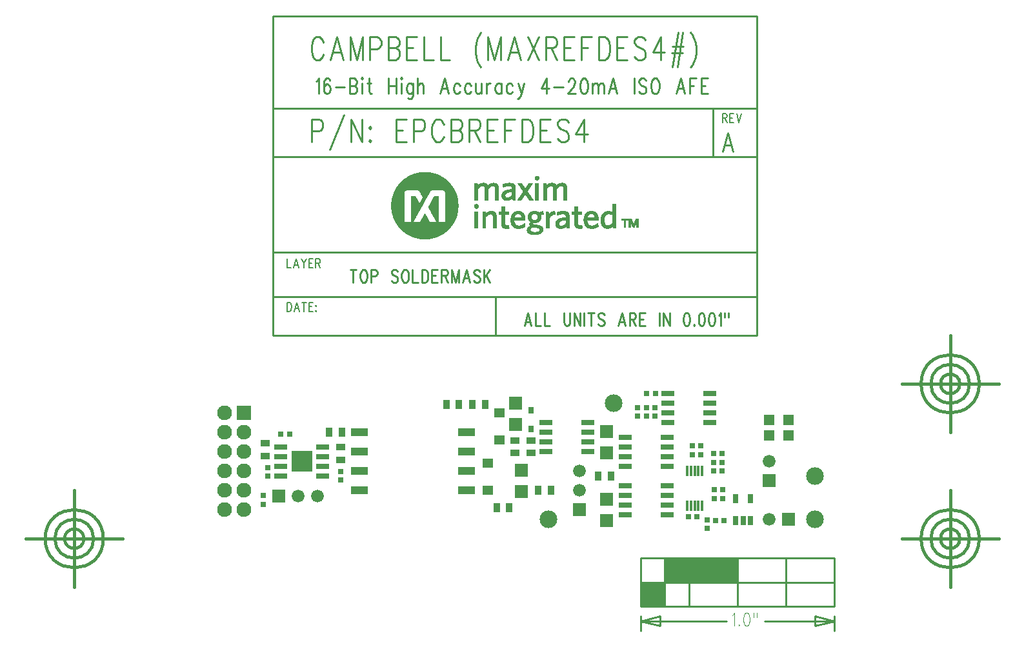
<source format=gbr>
*
*
G04 PADS 9.5 Build Number: 522968 generated Gerber (RS-274-X) file*
G04 PC Version=2.1*
*
%IN "MAXREFDES4_rev_A.pcb"*%
*
%MOIN*%
*
%FSLAX35Y35*%
*
*
*
*
G04 PC Standard Apertures*
*
*
G04 Thermal Relief Aperture macro.*
%AMTER*
1,1,$1,0,0*
1,0,$1-$2,0,0*
21,0,$3,$4,0,0,45*
21,0,$3,$4,0,0,135*
%
*
*
G04 Annular Aperture macro.*
%AMANN*
1,1,$1,0,0*
1,0,$2,0,0*
%
*
*
G04 Odd Aperture macro.*
%AMODD*
1,1,$1,0,0*
1,0,$1-0.005,0,0*
%
*
*
G04 PC Custom Aperture Macros*
*
*
*
*
*
*
G04 PC Aperture Table*
*
%ADD046C,0.015*%
%ADD177C,0.01*%
%ADD180C,0.007*%
%ADD185C,0.001*%
%ADD189C,0*%
%ADD195R,0.066X0.066*%
%ADD198R,0.056X0.056*%
%ADD199C,0.066*%
%ADD201R,0.106X0.106*%
%ADD206R,0.076X0.076*%
%ADD235C,0.002*%
%ADD236R,0.028X0.028*%
%ADD237R,0.054X0.046*%
%ADD238C,0.091*%
%ADD239R,0.09X0.04*%
%ADD240R,0.026X0.036*%
%ADD241R,0.066X0.031*%
%ADD242R,0.046X0.036*%
%ADD243R,0.036X0.046*%
%ADD244C,0.076*%
%ADD245R,0.017X0.056*%
%ADD246R,0.031X0.046*%
*
*
*
*
G04 PC Circuitry*
G04 Layer Name MAXREFDES4_rev_A.pcb - circuitry*
%LPD*%
*
*
G04 PC Custom Flashes*
G04 Layer Name MAXREFDES4_rev_A.pcb - flashes*
%LPD*%
*
*
G04 PC Circuitry*
G04 Layer Name MAXREFDES4_rev_A.pcb - circuitry*
%LPD*%
*
G54D46*
G01X2226250Y1553750D02*
Y1548750D01*
Y1543750*
Y1583750D02*
Y1553750D01*
X2206250Y1568750D02*
X2201250D01*
X2211250D02*
X2206250D01*
X2226250Y1583750D02*
Y1588750D01*
X2246250Y1568750D02*
X2251250D01*
X2241250D02*
X2246250D01*
X2211250D02*
X2241250D01*
X2231250D02*
G75*
G03X2231250I-5000J0D01*
G01X2241250D02*
G03X2241250I-15000J0D01*
G01X2236250D02*
G03X2236250I-10000J0D01*
G01X2226250Y1588750D02*
Y1593750D01*
Y1473750D02*
Y1468750D01*
Y1463750*
Y1503750D02*
Y1473750D01*
X2206250Y1488750D02*
X2201250D01*
X2211250D02*
X2206250D01*
X2226250Y1503750D02*
Y1508750D01*
X2246250Y1488750D02*
X2251250D01*
X2241250D02*
X2246250D01*
X2211250D02*
X2241250D01*
X2231250D02*
G03X2231250I-5000J0D01*
G01X2241250D02*
G03X2241250I-15000J0D01*
G01X2236250D02*
G03X2236250I-10000J0D01*
G01X2226250Y1508750D02*
Y1513750D01*
X1773750Y1473750D02*
Y1468750D01*
Y1463750*
Y1503750D02*
Y1473750D01*
X1753750Y1488750D02*
X1748750D01*
X1758750D02*
X1753750D01*
X1773750Y1503750D02*
Y1508750D01*
X1793750Y1488750D02*
X1798750D01*
X1788750D02*
X1793750D01*
X1758750D02*
X1788750D01*
X1778750D02*
G03X1778750I-5000J0D01*
G01X1788750D02*
G03X1788750I-15000J0D01*
G01X1783750D02*
G03X1783750I-10000J0D01*
G01X1773750Y1508750D02*
Y1513750D01*
G54D177*
X1917841Y1627813D02*
Y1621250D01*
X1916250Y1627813D02*
X1919432D01*
X1922841D02*
X1922386Y1627500D01*
X1921932Y1626875*
X1921705Y1626250*
X1921477Y1625313*
X1921477D02*
Y1623750D01*
X1921705Y1622813*
X1921705D02*
X1921932Y1622188D01*
X1921932D02*
X1922386Y1621563D01*
X1922386D02*
X1922841Y1621250D01*
X1923750*
X1924205Y1621563*
X1924205D02*
X1924659Y1622188D01*
X1924659D02*
X1924886Y1622813D01*
X1924886D02*
X1925114Y1623750D01*
Y1625313*
X1925114D02*
X1924886Y1626250D01*
X1924659Y1626875*
X1924205Y1627500*
X1923750Y1627813*
X1923750D02*
X1922841D01*
X1927159D02*
Y1621250D01*
Y1627813D02*
X1929205D01*
X1929205D02*
X1929886Y1627500D01*
X1930114Y1627188*
X1930114D02*
X1930341Y1626563D01*
X1930341D02*
Y1625625D01*
X1930114Y1625000*
X1929886Y1624688*
X1929886D02*
X1929205Y1624375D01*
X1927159*
X1940795Y1626875D02*
X1940341Y1627500D01*
X1939659Y1627813*
X1939659D02*
X1938750D01*
X1938750D02*
X1938068Y1627500D01*
X1937614Y1626875*
Y1626250*
X1937841Y1625625*
X1938068Y1625313*
X1938068D02*
X1938523Y1625000D01*
X1939886Y1624375*
X1940341Y1624063*
X1940341D02*
X1940568Y1623750D01*
X1940795Y1623125*
Y1622188*
X1940795D02*
X1940341Y1621563D01*
X1940341D02*
X1939659Y1621250D01*
X1938750*
X1938068Y1621563*
X1938068D02*
X1937614Y1622188D01*
X1944205Y1627813D02*
X1943750Y1627500D01*
X1943295Y1626875*
X1943068Y1626250*
X1942841Y1625313*
X1942841D02*
Y1623750D01*
X1943068Y1622813*
X1943068D02*
X1943295Y1622188D01*
X1943295D02*
X1943750Y1621563D01*
X1943750D02*
X1944205Y1621250D01*
X1945114*
X1945568Y1621563*
X1945568D02*
X1946023Y1622188D01*
X1946023D02*
X1946250Y1622813D01*
X1946250D02*
X1946477Y1623750D01*
Y1625313*
X1946477D02*
X1946250Y1626250D01*
X1946023Y1626875*
X1945568Y1627500*
X1945114Y1627813*
X1945114D02*
X1944205D01*
X1948523D02*
Y1621250D01*
X1951250*
X1953295Y1627813D02*
Y1621250D01*
Y1627813D02*
X1954886D01*
X1954886D02*
X1955568Y1627500D01*
X1956023Y1626875*
X1956250Y1626250*
X1956477Y1625313*
X1956477D02*
Y1623750D01*
X1956250Y1622813*
X1956250D02*
X1956023Y1622188D01*
X1956023D02*
X1955568Y1621563D01*
X1955568D02*
X1954886Y1621250D01*
X1953295*
X1958523Y1627813D02*
Y1621250D01*
Y1627813D02*
X1961477D01*
X1958523Y1624688D02*
X1960341D01*
X1958523Y1621250D02*
X1961477D01*
X1963523Y1627813D02*
Y1621250D01*
Y1627813D02*
X1965568D01*
X1965568D02*
X1966250Y1627500D01*
X1966477Y1627188*
X1966477D02*
X1966705Y1626563D01*
X1966705D02*
Y1625938D01*
X1966705D02*
X1966477Y1625313D01*
X1966477D02*
X1966250Y1625000D01*
X1965568Y1624688*
X1965568D02*
X1963523D01*
X1965114D02*
X1966705Y1621250D01*
X1968750Y1627813D02*
Y1621250D01*
Y1627813D02*
X1970568Y1621250D01*
X1972386Y1627813D02*
X1970568Y1621250D01*
X1972386Y1627813D02*
Y1621250D01*
X1976250Y1627813D02*
X1974432Y1621250D01*
X1976250Y1627813D02*
X1978068Y1621250D01*
X1975114Y1623438D02*
X1977386D01*
X1983295Y1626875D02*
X1982841Y1627500D01*
X1982159Y1627813*
X1982159D02*
X1981250D01*
X1981250D02*
X1980568Y1627500D01*
X1980114Y1626875*
Y1626250*
X1980341Y1625625*
X1980568Y1625313*
X1980568D02*
X1981023Y1625000D01*
X1982386Y1624375*
X1982841Y1624063*
X1982841D02*
X1983068Y1623750D01*
X1983295Y1623125*
Y1622188*
X1983295D02*
X1982841Y1621563D01*
X1982841D02*
X1982159Y1621250D01*
X1981250*
X1980568Y1621563*
X1980568D02*
X1980114Y1622188D01*
X1985341Y1627813D02*
Y1621250D01*
X1988523Y1627813D02*
X1985341Y1623438D01*
X1986477Y1625000D02*
X1988523Y1621250D01*
X2066250Y1453750D02*
X2166250D01*
Y1478750*
X2066250*
Y1453750*
Y1446250D02*
X2110750D01*
X2066250D02*
X2076250Y1448750D01*
Y1443750*
X2066250Y1446250*
X2166250D02*
X2130386D01*
X2166250D02*
X2156250Y1443750D01*
Y1448750*
X2166250Y1446250*
X2066250Y1448750D02*
Y1441250D01*
X2166250Y1448750D02*
Y1441250D01*
X2068250Y1453750D02*
Y1466250D01*
X2069250Y1453750D02*
Y1466250D01*
X2070250D02*
Y1453750D01*
X2071250Y1466250D02*
Y1453750D01*
X2072250Y1466250D02*
Y1453750D01*
X2073250Y1466250D02*
Y1453750D01*
X2074250Y1466250D02*
Y1453750D01*
X2075250Y1466250D02*
Y1453750D01*
X2076250D02*
Y1466250D01*
X2077250Y1453750D02*
Y1466250D01*
X2080250D02*
Y1478750D01*
X2081250Y1466250D02*
Y1478750D01*
X2082250D02*
Y1466250D01*
X2083250Y1478750D02*
Y1466250D01*
X2084250Y1478750D02*
Y1466250D01*
X2085250Y1478750D02*
Y1466250D01*
X2086250Y1478750D02*
Y1466250D01*
X2087250Y1478750D02*
Y1466250D01*
X2088250D02*
Y1478750D01*
X2089250Y1466250D02*
Y1478750D01*
X2078750Y1453750D02*
Y1478750D01*
X2091250Y1453750D02*
Y1478750D01*
X2066250Y1466250D02*
X2166250D01*
X2141250Y1453750D02*
Y1478750D01*
X2116250Y1453750D02*
Y1478750D01*
X2067250Y1453750D02*
Y1466250D01*
X2077750Y1453750D02*
Y1466250D01*
X2079750D02*
Y1478750D01*
X2090250Y1466250D02*
Y1478750D01*
X2093250Y1466250D02*
Y1478750D01*
X2092250Y1466250D02*
Y1478750D01*
X2094250Y1466250D02*
Y1478750D01*
X2095250D02*
Y1466250D01*
X2096250Y1478750D02*
Y1466250D01*
X2097250Y1478750D02*
Y1466250D01*
X2098250Y1478750D02*
Y1466250D01*
X2099250Y1478750D02*
Y1466250D01*
X2101250D02*
Y1478750D01*
X2100250D02*
Y1466250D01*
X2102250D02*
Y1478750D01*
X2103250Y1466250D02*
Y1478750D01*
X2105250Y1466250D02*
Y1478750D01*
X2104250Y1466250D02*
Y1478750D01*
X2106250Y1466250D02*
Y1478750D01*
X2107250D02*
Y1466250D01*
X2108250Y1478750D02*
Y1466250D01*
X2109250Y1478750D02*
Y1466250D01*
X2110250Y1478750D02*
Y1466250D01*
X2111250Y1478750D02*
Y1466250D01*
X2112250Y1478750D02*
Y1466250D01*
X2113250D02*
Y1478750D01*
X2114250Y1466250D02*
Y1478750D01*
X2115250Y1466250D02*
Y1478750D01*
X2126250Y1593750D02*
Y1758750D01*
X1876250*
Y1593750*
X2126250*
X2103750Y1711250D02*
Y1686250D01*
X2126250Y1711250D02*
X1876250D01*
X2126250Y1686250D02*
X1876250D01*
X2126250Y1613750D02*
X1876250D01*
X2126250Y1636950D02*
X1876250D01*
X1991250Y1593750D02*
Y1613750D01*
X1898750Y1725125D02*
X1899295Y1725500D01*
X1900114Y1726625*
Y1718750*
X1905841Y1725500D02*
X1905568Y1726250D01*
X1904750Y1726625*
X1904205*
X1903386Y1726250*
X1902841Y1725125*
X1902568Y1723250*
Y1721375*
X1902841Y1719875*
X1903386Y1719125*
X1904205Y1718750*
X1904477*
X1905295Y1719125*
X1905841Y1719875*
X1906114Y1721000*
Y1721375*
X1905841Y1722500*
X1905295Y1723250*
X1904477Y1723625*
X1904205*
X1903386Y1723250*
X1902841Y1722500*
X1902568Y1721375*
X1908568Y1722125D02*
X1913477D01*
X1915932Y1726625D02*
Y1718750D01*
Y1726625D02*
X1918386D01*
X1919205Y1726250*
X1919477Y1725875*
X1919750Y1725125*
Y1724375*
X1919477Y1723625*
X1919205Y1723250*
X1918386Y1722875*
X1915932D02*
X1918386D01*
X1919205Y1722500*
X1919477Y1722125*
X1919750Y1721375*
Y1720250*
X1919477Y1719500*
X1919205Y1719125*
X1918386Y1718750*
X1915932*
X1922205Y1726625D02*
X1922477Y1726250D01*
X1922750Y1726625*
X1922477Y1727000*
X1922205Y1726625*
X1922477Y1724000D02*
Y1718750D01*
X1926023Y1726625D02*
Y1720250D01*
X1926295Y1719125*
X1926841Y1718750*
X1927386*
X1925205Y1724000D02*
X1927114D01*
X1936114Y1726625D02*
Y1718750D01*
X1939932Y1726625D02*
Y1718750D01*
X1936114Y1722875D02*
X1939932D01*
X1942386Y1726625D02*
X1942659Y1726250D01*
X1942932Y1726625*
X1942659Y1727000*
X1942386Y1726625*
X1942659Y1724000D02*
Y1718750D01*
X1948659Y1724000D02*
Y1718000D01*
X1948386Y1716875*
X1948114Y1716500*
X1947568Y1716125*
X1946750*
X1946205Y1716500*
X1948659Y1722875D02*
X1948114Y1723625D01*
X1947568Y1724000*
X1946750*
X1946205Y1723625*
X1945659Y1722875*
X1945386Y1721750*
Y1721000*
X1945659Y1719875*
X1946205Y1719125*
X1946750Y1718750*
X1947568*
X1948114Y1719125*
X1948659Y1719875*
X1951114Y1726625D02*
Y1718750D01*
Y1722500D02*
X1951932Y1723625D01*
X1952477Y1724000*
X1953295*
X1953841Y1723625*
X1954114Y1722500*
Y1718750*
X1965023Y1726625D02*
X1962841Y1718750D01*
X1965023Y1726625D02*
X1967205Y1718750D01*
X1963659Y1721375D02*
X1966386D01*
X1972932Y1722875D02*
X1972386Y1723625D01*
X1971841Y1724000*
X1971023*
X1970477Y1723625*
X1969932Y1722875*
X1969659Y1721750*
Y1721000*
X1969932Y1719875*
X1970477Y1719125*
X1971023Y1718750*
X1971841*
X1972386Y1719125*
X1972932Y1719875*
X1978659Y1722875D02*
X1978114Y1723625D01*
X1977568Y1724000*
X1976750*
X1976205Y1723625*
X1975659Y1722875*
X1975386Y1721750*
Y1721000*
X1975659Y1719875*
X1976205Y1719125*
X1976750Y1718750*
X1977568*
X1978114Y1719125*
X1978659Y1719875*
X1981114Y1724000D02*
Y1720250D01*
X1981386Y1719125*
X1981932Y1718750*
X1982750*
X1983295Y1719125*
X1984114Y1720250*
Y1724000D02*
Y1718750D01*
X1986568Y1724000D02*
Y1718750D01*
Y1721750D02*
X1986841Y1722875D01*
X1987386Y1723625*
X1987932Y1724000*
X1988750*
X1994477D02*
Y1718750D01*
Y1722875D02*
X1993932Y1723625D01*
X1993386Y1724000*
X1992568*
X1992023Y1723625*
X1991477Y1722875*
X1991205Y1721750*
Y1721000*
X1991477Y1719875*
X1992023Y1719125*
X1992568Y1718750*
X1993386*
X1993932Y1719125*
X1994477Y1719875*
X2000205Y1722875D02*
X1999659Y1723625D01*
X1999114Y1724000*
X1998295*
X1997750Y1723625*
X1997205Y1722875*
X1996932Y1721750*
Y1721000*
X1997205Y1719875*
X1997750Y1719125*
X1998295Y1718750*
X1999114*
X1999659Y1719125*
X2000205Y1719875*
X2002932Y1724000D02*
X2004568Y1718750D01*
X2006205Y1724000D02*
X2004568Y1718750D01*
X2004023Y1717250*
X2003477Y1716500*
X2002932Y1716125*
X2002659*
X2017659Y1726625D02*
X2014932Y1721375D01*
X2019023*
X2017659Y1726625D02*
Y1718750D01*
X2021477Y1722125D02*
X2026386D01*
X2029114Y1724750D02*
Y1725125D01*
X2029386Y1725875*
X2029659Y1726250*
X2030205Y1726625*
X2031295*
X2031841Y1726250*
X2032114Y1725875*
X2032386Y1725125*
Y1724375*
X2032114Y1723625*
X2031568Y1722500*
X2028841Y1718750*
X2032659*
X2036750Y1726625D02*
X2035932Y1726250D01*
X2035386Y1725125*
X2035114Y1723250*
Y1722125*
X2035386Y1720250*
X2035932Y1719125*
X2036750Y1718750*
X2037295*
X2038114Y1719125*
X2038659Y1720250*
X2038932Y1722125*
Y1723250*
X2038659Y1725125*
X2038114Y1726250*
X2037295Y1726625*
X2036750*
X2041386Y1724000D02*
Y1718750D01*
Y1722500D02*
X2042205Y1723625D01*
X2042750Y1724000*
X2043568*
X2044114Y1723625*
X2044386Y1722500*
Y1718750*
Y1722500D02*
X2045205Y1723625D01*
X2045750Y1724000*
X2046568*
X2047114Y1723625*
X2047386Y1722500*
Y1718750*
X2052023Y1726625D02*
X2049841Y1718750D01*
X2052023Y1726625D02*
X2054205Y1718750D01*
X2050659Y1721375D02*
X2053386D01*
X2062932Y1726625D02*
Y1718750D01*
X2069205Y1725500D02*
X2068659Y1726250D01*
X2067841Y1726625*
X2066750*
X2065932Y1726250*
X2065386Y1725500*
Y1724750*
X2065659Y1724000*
X2065932Y1723625*
X2066477Y1723250*
X2068114Y1722500*
X2068659Y1722125*
X2068932Y1721750*
X2069205Y1721000*
Y1719875*
X2068659Y1719125*
X2067841Y1718750*
X2066750*
X2065932Y1719125*
X2065386Y1719875*
X2073295Y1726625D02*
X2072750Y1726250D01*
X2072205Y1725500*
X2071932Y1724750*
X2071659Y1723625*
Y1721750*
X2071932Y1720625*
X2072205Y1719875*
X2072750Y1719125*
X2073295Y1718750*
X2074386*
X2074932Y1719125*
X2075477Y1719875*
X2075750Y1720625*
X2076023Y1721750*
Y1723625*
X2075750Y1724750*
X2075477Y1725500*
X2074932Y1726250*
X2074386Y1726625*
X2073295*
X2086932D02*
X2084750Y1718750D01*
X2086932Y1726625D02*
X2089114Y1718750D01*
X2085568Y1721375D02*
X2088295D01*
X2091568Y1726625D02*
Y1718750D01*
Y1726625D02*
X2095114D01*
X2091568Y1722875D02*
X2093750D01*
X2097568Y1726625D02*
Y1718750D01*
Y1726625D02*
X2101114D01*
X2097568Y1722875D02*
X2099750D01*
X2097568Y1718750D02*
X2101114D01*
X1902386Y1745250D02*
X1901977Y1746375D01*
X1901159Y1747500*
X1900341Y1748063*
X1900341D02*
X1898705D01*
X1898705D02*
X1897886Y1747500D01*
X1897068Y1746375*
X1896659Y1745250*
X1896250Y1743563*
X1896250D02*
Y1740750D01*
X1896659Y1739063*
X1896659D02*
X1897068Y1737938D01*
X1897068D02*
X1897886Y1736813D01*
X1897886D02*
X1898705Y1736250D01*
X1900341*
X1901159Y1736813*
X1901159D02*
X1901977Y1737938D01*
X1901977D02*
X1902386Y1739063D01*
X1909341Y1748063D02*
X1906068Y1736250D01*
X1909341Y1748063D02*
X1912614Y1736250D01*
X1907295Y1740188D02*
X1911386D01*
X1916295Y1748063D02*
Y1736250D01*
Y1748063D02*
X1919568Y1736250D01*
X1922841Y1748063D02*
X1919568Y1736250D01*
X1922841Y1748063D02*
Y1736250D01*
X1926523Y1748063D02*
Y1736250D01*
Y1748063D02*
X1930205D01*
X1930205D02*
X1931432Y1747500D01*
X1931841Y1746938*
X1931841D02*
X1932250Y1745813D01*
X1932250D02*
Y1744125D01*
X1931841Y1743000*
X1931432Y1742438*
X1931432D02*
X1930205Y1741875D01*
X1926523*
X1935932Y1748063D02*
Y1736250D01*
Y1748063D02*
X1939614D01*
X1939614D02*
X1940841Y1747500D01*
X1941250Y1746938*
X1941250D02*
X1941659Y1745813D01*
X1941659D02*
Y1744688D01*
X1941659D02*
X1941250Y1743563D01*
X1941250D02*
X1940841Y1743000D01*
X1939614Y1742438*
X1935932D02*
X1939614D01*
X1939614D02*
X1940841Y1741875D01*
X1941250Y1741313*
X1941250D02*
X1941659Y1740188D01*
X1941659D02*
Y1738500D01*
X1941250Y1737375*
X1940841Y1736813*
X1940841D02*
X1939614Y1736250D01*
X1935932*
X1945341Y1748063D02*
Y1736250D01*
Y1748063D02*
X1950659D01*
X1945341Y1742438D02*
X1948614D01*
X1945341Y1736250D02*
X1950659D01*
X1954341Y1748063D02*
Y1736250D01*
X1959250*
X1962932Y1748063D02*
Y1736250D01*
X1967841*
X1983795Y1750313D02*
X1982977Y1749188D01*
X1982977D02*
X1982159Y1747500D01*
X1981341Y1745250*
X1980932Y1742438*
X1980932D02*
Y1740188D01*
X1980932D02*
X1981341Y1737375D01*
X1982159Y1735125*
X1982977Y1733437*
X1982977D02*
X1983795Y1732312D01*
X1987477Y1748063D02*
Y1736250D01*
Y1748063D02*
X1990750Y1736250D01*
X1994023Y1748063D02*
X1990750Y1736250D01*
X1994023Y1748063D02*
Y1736250D01*
X2000977Y1748063D02*
X1997705Y1736250D01*
X2000977Y1748063D02*
X2004250Y1736250D01*
X1998932Y1740188D02*
X2003023D01*
X2007932Y1748063D02*
X2013659Y1736250D01*
Y1748063D02*
X2007932Y1736250D01*
X2017341Y1748063D02*
Y1736250D01*
Y1748063D02*
X2021023D01*
X2021023D02*
X2022250Y1747500D01*
X2022659Y1746938*
X2022659D02*
X2023068Y1745813D01*
X2023068D02*
Y1744688D01*
X2023068D02*
X2022659Y1743563D01*
X2022659D02*
X2022250Y1743000D01*
X2021023Y1742438*
X2021023D02*
X2017341D01*
X2020205D02*
X2023068Y1736250D01*
X2026750Y1748063D02*
Y1736250D01*
Y1748063D02*
X2032068D01*
X2026750Y1742438D02*
X2030023D01*
X2026750Y1736250D02*
X2032068D01*
X2035750Y1748063D02*
Y1736250D01*
Y1748063D02*
X2041068D01*
X2035750Y1742438D02*
X2039023D01*
X2044750Y1748063D02*
Y1736250D01*
Y1748063D02*
X2047614D01*
X2047614D02*
X2048841Y1747500D01*
X2049659Y1746375*
X2050068Y1745250*
X2050477Y1743563*
X2050477D02*
Y1740750D01*
X2050068Y1739063*
X2050068D02*
X2049659Y1737938D01*
X2049659D02*
X2048841Y1736813D01*
X2048841D02*
X2047614Y1736250D01*
X2044750*
X2054159Y1748063D02*
Y1736250D01*
Y1748063D02*
X2059477D01*
X2054159Y1742438D02*
X2057432D01*
X2054159Y1736250D02*
X2059477D01*
X2068886Y1746375D02*
X2068068Y1747500D01*
X2066841Y1748063*
X2066841D02*
X2065205D01*
X2065205D02*
X2063977Y1747500D01*
X2063159Y1746375*
Y1745250*
X2063568Y1744125*
X2063977Y1743563*
X2063977D02*
X2064795Y1743000D01*
X2067250Y1741875*
X2068068Y1741313*
X2068068D02*
X2068477Y1740750D01*
X2068886Y1739625*
Y1737938*
X2068886D02*
X2068068Y1736813D01*
X2068068D02*
X2066841Y1736250D01*
X2065205*
X2063977Y1736813*
X2063977D02*
X2063159Y1737938D01*
X2076659Y1748063D02*
X2072568Y1740188D01*
X2072568D02*
X2078705D01*
X2076659Y1748063D02*
Y1736250D01*
X2085659Y1750313D02*
X2082795Y1732312D01*
X2088114Y1750313D02*
X2085250Y1732312D01*
X2082795Y1743000D02*
X2088523D01*
X2082386Y1739625D02*
X2088114D01*
X2092205Y1750313D02*
X2093023Y1749188D01*
X2093023D02*
X2093841Y1747500D01*
X2094659Y1745250*
X2095068Y1742438*
X2095068D02*
Y1740188D01*
X2095068D02*
X2094659Y1737375D01*
X2093841Y1735125*
X2093023Y1733437*
X2093023D02*
X2092205Y1732312D01*
X1896250Y1705563D02*
Y1693750D01*
Y1705563D02*
X1899932D01*
X1899932D02*
X1901159Y1705000D01*
X1901568Y1704438*
X1901568D02*
X1901977Y1703313D01*
X1901977D02*
Y1701625D01*
X1901568Y1700500*
X1901159Y1699938*
X1901159D02*
X1899932Y1699375D01*
X1896250*
X1913023Y1707813D02*
X1905659Y1689812D01*
X1916705Y1705563D02*
Y1693750D01*
Y1705563D02*
X1922432Y1693750D01*
Y1705563D02*
Y1693750D01*
X1926523Y1701625D02*
X1926114Y1701063D01*
X1926114D02*
X1926523Y1700500D01*
X1926932Y1701063*
X1926932D02*
X1926523Y1701625D01*
Y1694875D02*
X1926114Y1694313D01*
X1926114D02*
X1926523Y1693750D01*
X1926932Y1694313*
X1926932D02*
X1926523Y1694875D01*
X1940023Y1705563D02*
Y1693750D01*
Y1705563D02*
X1945341D01*
X1940023Y1699938D02*
X1943295D01*
X1940023Y1693750D02*
X1945341D01*
X1949023Y1705563D02*
Y1693750D01*
Y1705563D02*
X1952705D01*
X1952705D02*
X1953932Y1705000D01*
X1954341Y1704438*
X1954341D02*
X1954750Y1703313D01*
X1954750D02*
Y1701625D01*
X1954341Y1700500*
X1953932Y1699938*
X1953932D02*
X1952705Y1699375D01*
X1949023*
X1964568Y1702750D02*
X1964159Y1703875D01*
X1963341Y1705000*
X1962523Y1705563*
X1962523D02*
X1960886D01*
X1960886D02*
X1960068Y1705000D01*
X1959250Y1703875*
X1958841Y1702750*
X1958432Y1701063*
X1958432D02*
Y1698250D01*
X1958841Y1696563*
X1958841D02*
X1959250Y1695438D01*
X1959250D02*
X1960068Y1694313D01*
X1960068D02*
X1960886Y1693750D01*
X1962523*
X1963341Y1694313*
X1963341D02*
X1964159Y1695438D01*
X1964159D02*
X1964568Y1696563D01*
X1968250Y1705563D02*
Y1693750D01*
Y1705563D02*
X1971932D01*
X1971932D02*
X1973159Y1705000D01*
X1973568Y1704438*
X1973568D02*
X1973977Y1703313D01*
X1973977D02*
Y1702188D01*
X1973977D02*
X1973568Y1701063D01*
X1973568D02*
X1973159Y1700500D01*
X1971932Y1699938*
X1968250D02*
X1971932D01*
X1971932D02*
X1973159Y1699375D01*
X1973568Y1698813*
X1973568D02*
X1973977Y1697688D01*
X1973977D02*
Y1696000D01*
X1973568Y1694875*
X1973159Y1694313*
X1973159D02*
X1971932Y1693750D01*
X1968250*
X1977659Y1705563D02*
Y1693750D01*
Y1705563D02*
X1981341D01*
X1981341D02*
X1982568Y1705000D01*
X1982977Y1704438*
X1982977D02*
X1983386Y1703313D01*
X1983386D02*
Y1702188D01*
X1983386D02*
X1982977Y1701063D01*
X1982977D02*
X1982568Y1700500D01*
X1981341Y1699938*
X1981341D02*
X1977659D01*
X1980523D02*
X1983386Y1693750D01*
X1987068Y1705563D02*
Y1693750D01*
Y1705563D02*
X1992386D01*
X1987068Y1699938D02*
X1990341D01*
X1987068Y1693750D02*
X1992386D01*
X1996068Y1705563D02*
Y1693750D01*
Y1705563D02*
X2001386D01*
X1996068Y1699938D02*
X1999341D01*
X2005068Y1705563D02*
Y1693750D01*
Y1705563D02*
X2007932D01*
X2007932D02*
X2009159Y1705000D01*
X2009977Y1703875*
X2010386Y1702750*
X2010795Y1701063*
X2010795D02*
Y1698250D01*
X2010386Y1696563*
X2010386D02*
X2009977Y1695438D01*
X2009977D02*
X2009159Y1694313D01*
X2009159D02*
X2007932Y1693750D01*
X2005068*
X2014477Y1705563D02*
Y1693750D01*
Y1705563D02*
X2019795D01*
X2014477Y1699938D02*
X2017750D01*
X2014477Y1693750D02*
X2019795D01*
X2029205Y1703875D02*
X2028386Y1705000D01*
X2027159Y1705563*
X2027159D02*
X2025523D01*
X2025523D02*
X2024295Y1705000D01*
X2023477Y1703875*
Y1702750*
X2023886Y1701625*
X2024295Y1701063*
X2024295D02*
X2025114Y1700500D01*
X2027568Y1699375*
X2028386Y1698813*
X2028386D02*
X2028795Y1698250D01*
X2029205Y1697125*
Y1695438*
X2029205D02*
X2028386Y1694313D01*
X2028386D02*
X2027159Y1693750D01*
X2025523*
X2024295Y1694313*
X2024295D02*
X2023477Y1695438D01*
X2036977Y1705563D02*
X2032886Y1697688D01*
X2032886D02*
X2039023D01*
X2036977Y1705563D02*
Y1693750D01*
X2111477Y1698594D02*
X2108750Y1688750D01*
X2111477Y1698594D02*
X2114205Y1688750D01*
X2109773Y1692031D02*
X2113182D01*
X2008068Y1605313D02*
X2006250Y1598750D01*
X2008068Y1605313D02*
X2009886Y1598750D01*
X2006932Y1600938D02*
X2009205D01*
X2011932Y1605313D02*
Y1598750D01*
X2014659*
X2016705Y1605313D02*
Y1598750D01*
X2019432*
X2026705Y1605313D02*
Y1600625D01*
X2026932Y1599688*
X2026932D02*
X2027386Y1599063D01*
X2027386D02*
X2028068Y1598750D01*
X2028523*
X2029205Y1599063*
X2029205D02*
X2029659Y1599688D01*
X2029659D02*
X2029886Y1600625D01*
Y1605313*
X2031932D02*
Y1598750D01*
Y1605313D02*
X2035114Y1598750D01*
Y1605313D02*
Y1598750D01*
X2037159Y1605313D02*
Y1598750D01*
X2040795Y1605313D02*
Y1598750D01*
X2039205Y1605313D02*
X2042386D01*
X2047614Y1604375D02*
X2047159Y1605000D01*
X2046477Y1605313*
X2046477D02*
X2045568D01*
X2045568D02*
X2044886Y1605000D01*
X2044432Y1604375*
Y1603750*
X2044659Y1603125*
X2044886Y1602813*
X2044886D02*
X2045341Y1602500D01*
X2046705Y1601875*
X2047159Y1601563*
X2047159D02*
X2047386Y1601250D01*
X2047614Y1600625*
Y1599688*
X2047614D02*
X2047159Y1599063D01*
X2047159D02*
X2046477Y1598750D01*
X2045568*
X2044886Y1599063*
X2044886D02*
X2044432Y1599688D01*
X2056705Y1605313D02*
X2054886Y1598750D01*
X2056705Y1605313D02*
X2058523Y1598750D01*
X2055568Y1600938D02*
X2057841D01*
X2060568Y1605313D02*
Y1598750D01*
Y1605313D02*
X2062614D01*
X2062614D02*
X2063295Y1605000D01*
X2063523Y1604688*
X2063523D02*
X2063750Y1604063D01*
X2063750D02*
Y1603438D01*
X2063750D02*
X2063523Y1602813D01*
X2063523D02*
X2063295Y1602500D01*
X2062614Y1602188*
X2062614D02*
X2060568D01*
X2062159D02*
X2063750Y1598750D01*
X2065795Y1605313D02*
Y1598750D01*
Y1605313D02*
X2068750D01*
X2065795Y1602188D02*
X2067614D01*
X2065795Y1598750D02*
X2068750D01*
X2076023Y1605313D02*
Y1598750D01*
X2078068Y1605313D02*
Y1598750D01*
Y1605313D02*
X2081250Y1598750D01*
Y1605313D02*
Y1598750D01*
X2089886Y1605313D02*
X2089205Y1605000D01*
X2088750Y1604063*
X2088750D02*
X2088523Y1602500D01*
Y1601563*
X2088523D02*
X2088750Y1600000D01*
X2089205Y1599063*
X2089205D02*
X2089886Y1598750D01*
X2090341*
X2091023Y1599063*
X2091023D02*
X2091477Y1600000D01*
X2091705Y1601563*
X2091705D02*
Y1602500D01*
X2091477Y1604063*
X2091477D02*
X2091023Y1605000D01*
X2090341Y1605313*
X2090341D02*
X2089886D01*
X2093977Y1599375D02*
X2093750Y1599063D01*
X2093750D02*
X2093977Y1598750D01*
X2094205Y1599063*
X2094205D02*
X2093977Y1599375D01*
X2097614Y1605313D02*
X2096932Y1605000D01*
X2096477Y1604063*
X2096477D02*
X2096250Y1602500D01*
Y1601563*
X2096250D02*
X2096477Y1600000D01*
X2096932Y1599063*
X2096932D02*
X2097614Y1598750D01*
X2098068*
X2098750Y1599063*
X2098750D02*
X2099205Y1600000D01*
X2099432Y1601563*
X2099432D02*
Y1602500D01*
X2099205Y1604063*
X2099205D02*
X2098750Y1605000D01*
X2098068Y1605313*
X2098068D02*
X2097614D01*
X2102841D02*
X2102159Y1605000D01*
X2101705Y1604063*
X2101705D02*
X2101477Y1602500D01*
Y1601563*
X2101477D02*
X2101705Y1600000D01*
X2102159Y1599063*
X2102159D02*
X2102841Y1598750D01*
X2103295*
X2103977Y1599063*
X2103977D02*
X2104432Y1600000D01*
X2104659Y1601563*
X2104659D02*
Y1602500D01*
X2104432Y1604063*
X2104432D02*
X2103977Y1605000D01*
X2103295Y1605313*
X2103295D02*
X2102841D01*
X2106705Y1604063D02*
X2107159Y1604375D01*
X2107841Y1605313*
X2107841D02*
Y1598750D01*
X2109886Y1605313D02*
Y1603125D01*
X2111705Y1605313D02*
Y1603125D01*
G54D180*
X1883750Y1610844D02*
Y1606250D01*
Y1610844D02*
X1884864D01*
X1885341Y1610625*
X1885659Y1610188*
X1885659D02*
X1885818Y1609750D01*
X1885977Y1609094*
Y1608000*
X1885818Y1607344*
X1885659Y1606906*
X1885341Y1606469*
X1884864Y1606250*
X1883750*
X1888682Y1610844D02*
X1887409Y1606250D01*
X1888682Y1610844D02*
X1889955Y1606250D01*
X1887886Y1607781D02*
X1889477D01*
X1892500Y1610844D02*
Y1606250D01*
X1891386Y1610844D02*
X1893614D01*
X1895045D02*
Y1606250D01*
Y1610844D02*
X1897114D01*
X1895045Y1608656D02*
X1896318D01*
X1895045Y1606250D02*
X1897114D01*
X1898705Y1609313D02*
X1898545Y1609094D01*
X1898705Y1608875*
X1898864Y1609094*
X1898705Y1609313*
Y1606688D02*
X1898545Y1606469D01*
X1898705Y1606250*
X1898864Y1606469*
X1898705Y1606688*
X1883750Y1633344D02*
Y1628750D01*
X1885659*
X1888364Y1633344D02*
X1887091Y1628750D01*
X1888364Y1633344D02*
X1889636Y1628750D01*
X1887568Y1630281D02*
X1889159D01*
X1891068Y1633344D02*
X1892341Y1631156D01*
Y1628750*
X1893614Y1633344D02*
X1892341Y1631156D01*
X1895045Y1633344D02*
Y1628750D01*
Y1633344D02*
X1897114D01*
X1895045Y1631156D02*
X1896318D01*
X1895045Y1628750D02*
X1897114D01*
X1898545Y1633344D02*
Y1628750D01*
Y1633344D02*
X1899977D01*
X1900455Y1633125*
X1900614Y1632906*
X1900773Y1632469*
Y1632031*
X1900614Y1631594*
X1900455Y1631375*
X1899977Y1631156*
X1898545*
X1899659D02*
X1900773Y1628750D01*
X2108750Y1708344D02*
Y1703750D01*
Y1708344D02*
X2110182D01*
X2110659Y1708125*
X2110818Y1707906*
X2110977Y1707469*
Y1707031*
X2110818Y1706594*
X2110659Y1706375*
X2110182Y1706156*
X2108750*
X2109864D02*
X2110977Y1703750D01*
X2112409Y1708344D02*
Y1703750D01*
Y1708344D02*
X2114477D01*
X2112409Y1706156D02*
X2113682D01*
X2112409Y1703750D02*
X2114477D01*
X2115909Y1708344D02*
X2117182Y1703750D01*
X2118455Y1708344D02*
X2117182Y1703750D01*
G54D185*
X2066250Y1453750D02*
X2066253D01*
X2166250D02*
X2166253D01*
G54D189*
X2113750Y1449063D02*
X2114205Y1449375D01*
X2114886Y1450313*
X2114886D02*
Y1443750D01*
X2117159Y1444375D02*
X2116932Y1444063D01*
X2116932D02*
X2117159Y1443750D01*
X2117386Y1444063*
X2117386D02*
X2117159Y1444375D01*
X2120795Y1450313D02*
X2120114Y1450000D01*
X2119659Y1449063*
X2119659D02*
X2119432Y1447500D01*
Y1446563*
X2119432D02*
X2119659Y1445000D01*
X2120114Y1444063*
X2120114D02*
X2120795Y1443750D01*
X2121250*
X2121932Y1444063*
X2121932D02*
X2122386Y1445000D01*
X2122614Y1446563*
X2122614D02*
Y1447500D01*
X2122386Y1449063*
X2122386D02*
X2121932Y1450000D01*
X2121250Y1450313*
X2121250D02*
X2120795D01*
X2124659D02*
Y1448125D01*
X2126477Y1450313D02*
Y1448125D01*
G54D195*
X2142750Y1498750D03*
X2132750Y1518750D03*
X1879250Y1510750D03*
X2034750Y1503750D03*
X2004750Y1513250D03*
Y1524250D03*
X2048750Y1544250D03*
Y1533250D03*
Y1498250D03*
Y1509250D03*
X2001750Y1558750D03*
Y1547750D03*
G54D198*
X2132750Y1550250D03*
Y1542250D03*
X2142750Y1550250D03*
Y1542250D03*
G54D199*
X2132750Y1498750D03*
Y1528750D03*
X1889250Y1510750D03*
X1899250D03*
X2034750Y1513750D03*
Y1523750D03*
G54D201*
X1891250Y1528750D03*
G54D206*
X1861250Y1553750D03*
G54D235*
X1953750Y1643750D02*
X1955766D01*
X1952675Y1643840D02*
X1956752D01*
X1952048Y1643929D02*
X1957468D01*
X1951511Y1644019D02*
X1957916D01*
X1951063Y1644108D02*
X1958362D01*
X1950704Y1644198D02*
X1958812D01*
X1950346Y1644287D02*
X1959170D01*
X1949988Y1644377D02*
X1959439D01*
X1949719Y1644467D02*
X1959797D01*
X1949361Y1644556D02*
X1960066D01*
X1949092Y1644646D02*
X1960335D01*
X1948913Y1644735D02*
X1960604D01*
X1948644Y1644825D02*
X1960783D01*
X1948375Y1644915D02*
X1961052D01*
X1948196Y1645004D02*
X1961320D01*
X1947927Y1645094D02*
X1961499D01*
X1947748Y1645183D02*
X1961679D01*
X1947569Y1645273D02*
X1961858D01*
X1947390Y1645362D02*
X1962126D01*
X1947211Y1645452D02*
X1962306D01*
X1947032Y1645542D02*
X1962485D01*
X1946852Y1645631D02*
X1962662D01*
X1946673Y1645721D02*
X1962841D01*
X1946494Y1645810D02*
X1962931D01*
X1946315Y1645900D02*
X1963110D01*
X1946136Y1645989D02*
X1963289D01*
X1946046Y1646079D02*
X1963468D01*
X2010632D02*
X2012290D01*
X1945867Y1646169D02*
X1963558D01*
X2010005D02*
X2013007D01*
X1945688Y1646258D02*
X1963737D01*
X2009557D02*
X2013365D01*
X1945598Y1646348D02*
X1963918D01*
X2009288D02*
X2013723D01*
X1945419Y1646437D02*
X1964008D01*
X2009020D02*
X2013903D01*
X1945330Y1646527D02*
X1964187D01*
X2008751D02*
X2014171D01*
X1945150Y1646617D02*
X1964276D01*
X2008572D02*
X2014351D01*
X1945061Y1646706D02*
X1964456D01*
X2008482D02*
X2014530D01*
X1944882Y1646796D02*
X1964545D01*
X2008303D02*
X2014619D01*
X1944792Y1646885D02*
X1964724D01*
X2008214D02*
X2014798D01*
X1944613Y1646975D02*
X1964814D01*
X2008124D02*
X2014888D01*
X1944523Y1647064D02*
X1964903D01*
X2008034D02*
X2014978D01*
X1944434Y1647154D02*
X1965083D01*
X2007945D02*
X2015067D01*
X1944255Y1647244D02*
X1965172D01*
X2007855D02*
X2015157D01*
X1944165Y1647333D02*
X1965262D01*
X2007766D02*
X2010767D01*
X2012424D02*
X2015246D01*
X1944076Y1647423D02*
X1965441D01*
X2007766D02*
X2010320D01*
X2012872D02*
X2015336D01*
X1943896Y1647512D02*
X1965530D01*
X2007676D02*
X2009961D01*
X2013140D02*
X2015425D01*
X1943807Y1647602D02*
X1965620D01*
X2007676D02*
X2009782D01*
X2013409D02*
X2015425D01*
X1943717Y1647691D02*
X1965710D01*
X2007586D02*
X2009603D01*
X2013588D02*
X2015515D01*
X1943628Y1647781D02*
X1965889D01*
X2007586D02*
X2009424D01*
X2013678D02*
X2015515D01*
X1943538Y1647871D02*
X1965978D01*
X2007586D02*
X2009334D01*
X2013857D02*
X2015605D01*
X1943359Y1647960D02*
X1966068D01*
X2007497D02*
X2009245D01*
X2013947D02*
X2015605D01*
X1943269Y1648050D02*
X1966157D01*
X2007497D02*
X2009245D01*
X2014036D02*
X2015605D01*
X1943180Y1648139D02*
X1966247D01*
X2007497D02*
X2009155D01*
X2014036D02*
X2015694D01*
X1943090Y1648229D02*
X1966337D01*
X2007497D02*
X2009155D01*
X2014126D02*
X2015694D01*
X1943001Y1648318D02*
X1966426D01*
X2007497D02*
X2009065D01*
X2014126D02*
X2015694D01*
X1942911Y1648408D02*
X1966516D01*
X2007497D02*
X2009065D01*
X2014126D02*
X2015694D01*
X1942821Y1648498D02*
X1966605D01*
X2007497D02*
X2009065D01*
X2014215D02*
X2015694D01*
X1942732Y1648587D02*
X1966785D01*
X2007497D02*
X2009065D01*
X2014215D02*
X2015694D01*
X1942642Y1648677D02*
X1966874D01*
X2007586D02*
X2009155D01*
X2014126D02*
X2015694D01*
X1942553Y1648766D02*
X1966964D01*
X2007586D02*
X2009155D01*
X2014126D02*
X2015694D01*
X1942463Y1648856D02*
X1967053D01*
X2007586D02*
X2009155D01*
X2014126D02*
X2015694D01*
X1942374Y1648946D02*
X1967143D01*
X2007586D02*
X2009245D01*
X2014036D02*
X2015694D01*
X1942284Y1649035D02*
X1967143D01*
X2007676D02*
X2009334D01*
X2013947D02*
X2015694D01*
X1942194Y1649125D02*
X1967232D01*
X2007676D02*
X2009334D01*
X2013857D02*
X2015694D01*
X1942105Y1649214D02*
X1967322D01*
X1996120D02*
X1997958D01*
X2002122D02*
X2004228D01*
X2007766D02*
X2009424D01*
X2013678D02*
X2015694D01*
X2024069D02*
X2025725D01*
X2033922D02*
X2035670D01*
X2039924D02*
X2041941D01*
X2048255D02*
X2049823D01*
X1942015Y1649304D02*
X1967412D01*
X1995762D02*
X1998316D01*
X2001764D02*
X2004586D01*
X2007766D02*
X2009513D01*
X2013499D02*
X2015694D01*
X2023711D02*
X2026083D01*
X2033564D02*
X2036028D01*
X2039566D02*
X2042388D01*
X2047897D02*
X2050182D01*
X1941926Y1649393D02*
X1967501D01*
X1980534D02*
X1982192D01*
X1984565D02*
X1986223D01*
X1989940D02*
X1991596D01*
X1995493D02*
X1998316D01*
X2001495D02*
X2004945D01*
X2007855D02*
X2009603D01*
X2013319D02*
X2015605D01*
X2017261D02*
X2018919D01*
X2023531D02*
X2026352D01*
X2028010D02*
X2029308D01*
X2033295D02*
X2036028D01*
X2039297D02*
X2042657D01*
X2047717D02*
X2050361D01*
X2052017D02*
X2053317D01*
X1941836Y1649483D02*
X1967591D01*
X1980534D02*
X1982192D01*
X1984565D02*
X1986223D01*
X1989940D02*
X1991596D01*
X1995314D02*
X1998316D01*
X2001316D02*
X2005214D01*
X2007945D02*
X2009782D01*
X2012961D02*
X2015605D01*
X2017261D02*
X2018919D01*
X2023352D02*
X2026531D01*
X2028010D02*
X2029308D01*
X2033116D02*
X2036028D01*
X2039028D02*
X2042926D01*
X2047538D02*
X2050540D01*
X2052017D02*
X2053317D01*
X1941747Y1649573D02*
X1967680D01*
X1980534D02*
X1982192D01*
X1984565D02*
X1986223D01*
X1989940D02*
X1991596D01*
X1995225D02*
X1998226D01*
X2001137D02*
X2005393D01*
X2008034D02*
X2009872D01*
X2012603D02*
X2015515D01*
X2017261D02*
X2018919D01*
X2023263D02*
X2026710D01*
X2028010D02*
X2029308D01*
X2032937D02*
X2036028D01*
X2038849D02*
X2043195D01*
X2047359D02*
X2050719D01*
X2051928D02*
X2053317D01*
X1941657Y1649662D02*
X1967770D01*
X1980534D02*
X1982192D01*
X1984565D02*
X1986223D01*
X1989940D02*
X1991596D01*
X1995046D02*
X1998226D01*
X2000958D02*
X2005572D01*
X2008124D02*
X2009961D01*
X2012065D02*
X2015515D01*
X2017261D02*
X2018919D01*
X2023083D02*
X2026890D01*
X2027921D02*
X2029308D01*
X2032847D02*
X2036028D01*
X2038760D02*
X2043374D01*
X2047180D02*
X2050898D01*
X2051928D02*
X2053317D01*
X1941657Y1649752D02*
X1967859D01*
X1980534D02*
X1982192D01*
X1984565D02*
X1986223D01*
X1989940D02*
X1991596D01*
X1994956D02*
X1998226D01*
X2000779D02*
X2005751D01*
X2008214D02*
X2010140D01*
X2011528D02*
X2015425D01*
X2017261D02*
X2018919D01*
X2022994D02*
X2027069D01*
X2027921D02*
X2029308D01*
X2032758D02*
X2036028D01*
X2038580D02*
X2043553D01*
X2047090D02*
X2050988D01*
X2051928D02*
X2053317D01*
X1941567Y1649841D02*
X1967949D01*
X1980534D02*
X1982192D01*
X1984565D02*
X1986223D01*
X1989940D02*
X1991596D01*
X1994866D02*
X1998226D01*
X2000689D02*
X2005930D01*
X2008303D02*
X2010320D01*
X2011080D02*
X2015425D01*
X2017261D02*
X2018919D01*
X2022904D02*
X2027158D01*
X2027921D02*
X2029308D01*
X2032668D02*
X2035939D01*
X2038491D02*
X2043732D01*
X2047001D02*
X2051167D01*
X2051928D02*
X2053317D01*
X1941478Y1649931D02*
X1967949D01*
X1980534D02*
X1982192D01*
X1984565D02*
X1986223D01*
X1989940D02*
X1991596D01*
X1994777D02*
X1998226D01*
X2000599D02*
X2006109D01*
X2008393D02*
X2010499D01*
X2010632D02*
X2015336D01*
X2017261D02*
X2018919D01*
X2022815D02*
X2027248D01*
X2027921D02*
X2029308D01*
X2032579D02*
X2035939D01*
X2038312D02*
X2043822D01*
X2046911D02*
X2051257D01*
X2051928D02*
X2053317D01*
X1941388Y1650020D02*
X1968039D01*
X1980534D02*
X1982192D01*
X1984565D02*
X1986223D01*
X1989940D02*
X1991596D01*
X1994777D02*
X1998226D01*
X2000510D02*
X2006199D01*
X2008482D02*
X2015246D01*
X2017261D02*
X2018919D01*
X2022725D02*
X2027427D01*
X2027921D02*
X2029308D01*
X2032489D02*
X2035939D01*
X2038222D02*
X2044001D01*
X2046822D02*
X2051346D01*
X2051928D02*
X2053317D01*
X1941299Y1650110D02*
X1968128D01*
X1980534D02*
X1982192D01*
X1984565D02*
X1986223D01*
X1989940D02*
X1991596D01*
X1994687D02*
X1998226D01*
X2000331D02*
X2006378D01*
X2008661D02*
X2015157D01*
X2017261D02*
X2018919D01*
X2022725D02*
X2027517D01*
X2027921D02*
X2029308D01*
X2032489D02*
X2035939D01*
X2038133D02*
X2044090D01*
X2046732D02*
X2051436D01*
X2051838D02*
X2053317D01*
X1941209Y1650200D02*
X1968218D01*
X1980534D02*
X1982192D01*
X1984565D02*
X1986223D01*
X1989940D02*
X1991596D01*
X1994687D02*
X1998137D01*
X2000241D02*
X2006468D01*
X2008751D02*
X2014978D01*
X2017261D02*
X2018919D01*
X2022636D02*
X2027606D01*
X2027831D02*
X2029308D01*
X2032400D02*
X2035939D01*
X2038043D02*
X2044270D01*
X2046643D02*
X2051525D01*
X2051838D02*
X2053317D01*
X1941209Y1650289D02*
X1968307D01*
X1980534D02*
X1982192D01*
X1984565D02*
X1986223D01*
X1989940D02*
X1991596D01*
X1994598D02*
X1998137D01*
X2000151D02*
X2006557D01*
X2008930D02*
X2014888D01*
X2017261D02*
X2018919D01*
X2022636D02*
X2027696D01*
X2027831D02*
X2029308D01*
X2032400D02*
X2035939D01*
X2037953D02*
X2044359D01*
X2046553D02*
X2051615D01*
X2051838D02*
X2053317D01*
X1941119Y1650379D02*
X1968307D01*
X1980534D02*
X1982192D01*
X1984565D02*
X1986223D01*
X1989940D02*
X1991596D01*
X1994598D02*
X1998137D01*
X2000151D02*
X2006557D01*
X2009020D02*
X2014709D01*
X2017261D02*
X2018919D01*
X2022546D02*
X2029308D01*
X2032310D02*
X2035939D01*
X2037864D02*
X2044359D01*
X2046463D02*
X2051705D01*
X2051838D02*
X2053317D01*
X1941030Y1650468D02*
X1968397D01*
X1980534D02*
X1982192D01*
X1984565D02*
X1986223D01*
X1989940D02*
X1991596D01*
X1994508D02*
X1998137D01*
X2000062D02*
X2006557D01*
X2009199D02*
X2014619D01*
X2017261D02*
X2018919D01*
X2022546D02*
X2029308D01*
X2032310D02*
X2035849D01*
X2037774D02*
X2044270D01*
X2046374D02*
X2053317D01*
X1940940Y1650558D02*
X1968487D01*
X1980534D02*
X1982192D01*
X1984565D02*
X1986223D01*
X1989940D02*
X1991596D01*
X1994508D02*
X1998137D01*
X1999972D02*
X2006557D01*
X2009199D02*
X2014351D01*
X2017261D02*
X2018919D01*
X2022456D02*
X2024919D01*
X2025502D02*
X2029308D01*
X2032310D02*
X2035849D01*
X2037774D02*
X2044270D01*
X2046374D02*
X2053317D01*
X1940940Y1650648D02*
X1968576D01*
X1980534D02*
X1982192D01*
X1984565D02*
X1986223D01*
X1989940D02*
X1991596D01*
X1994508D02*
X1998137D01*
X1999883D02*
X2002616D01*
X2004003D02*
X2006557D01*
X2009109D02*
X2014171D01*
X2017261D02*
X2018919D01*
X2022456D02*
X2024561D01*
X2025950D02*
X2029308D01*
X2032220D02*
X2035849D01*
X2037685D02*
X2040328D01*
X2041805D02*
X2044270D01*
X2046284D02*
X2049017D01*
X2049509D02*
X2053317D01*
X1940851Y1650737D02*
X1968576D01*
X1980534D02*
X1982192D01*
X1984565D02*
X1986223D01*
X1989940D02*
X1991596D01*
X1994508D02*
X1996614D01*
X1999883D02*
X2002347D01*
X2004362D02*
X2006468D01*
X2009020D02*
X2013903D01*
X2017261D02*
X2018919D01*
X2022456D02*
X2024381D01*
X2026219D02*
X2029308D01*
X2032220D02*
X2034416D01*
X2037595D02*
X2040059D01*
X2042164D02*
X2044270D01*
X2046284D02*
X2048659D01*
X2049957D02*
X2053317D01*
X1940761Y1650827D02*
X1968666D01*
X1980534D02*
X1982192D01*
X1984565D02*
X1986223D01*
X1989940D02*
X1991596D01*
X1994418D02*
X1996435D01*
X1999793D02*
X2002078D01*
X2004630D02*
X2006468D01*
X2008930D02*
X2013544D01*
X2017261D02*
X2018919D01*
X2022367D02*
X2024292D01*
X2026398D02*
X2029308D01*
X2032220D02*
X2034235D01*
X2037595D02*
X2039880D01*
X2042432D02*
X2044270D01*
X2046195D02*
X2048480D01*
X2050226D02*
X2053317D01*
X1940672Y1650916D02*
X1968755D01*
X1980534D02*
X1982192D01*
X1984565D02*
X1986223D01*
X1989940D02*
X1991596D01*
X1994418D02*
X1996345D01*
X1999704D02*
X2001899D01*
X2004899D02*
X2006468D01*
X2008930D02*
X2013186D01*
X2017261D02*
X2018919D01*
X2022367D02*
X2024202D01*
X2026577D02*
X2029308D01*
X2032220D02*
X2034056D01*
X2037506D02*
X2039701D01*
X2042611D02*
X2044270D01*
X2046195D02*
X2048301D01*
X2050405D02*
X2053317D01*
X1940672Y1651006D02*
X1968845D01*
X1980534D02*
X1982192D01*
X1984565D02*
X1986223D01*
X1989940D02*
X1991596D01*
X1994418D02*
X1996256D01*
X1999704D02*
X2001810D01*
X2005078D02*
X2006468D01*
X2008841D02*
X2012738D01*
X2017261D02*
X2018919D01*
X2022367D02*
X2024115D01*
X2026756D02*
X2029308D01*
X2032220D02*
X2033966D01*
X2037416D02*
X2039522D01*
X2042791D02*
X2044180D01*
X2046105D02*
X2048211D01*
X2050494D02*
X2053317D01*
X1940582Y1651095D02*
X1968845D01*
X1980534D02*
X1982192D01*
X1984565D02*
X1986223D01*
X1989940D02*
X1991596D01*
X1994418D02*
X1996166D01*
X1999614D02*
X2001720D01*
X2005257D02*
X2006468D01*
X2008841D02*
X2012201D01*
X2017261D02*
X2018919D01*
X2022367D02*
X2024115D01*
X2026935D02*
X2029308D01*
X2032220D02*
X2033966D01*
X2037416D02*
X2039432D01*
X2042970D02*
X2044180D01*
X2046105D02*
X2048121D01*
X2050674D02*
X2053317D01*
X1940492Y1651185D02*
X1968934D01*
X1980534D02*
X1982192D01*
X1984565D02*
X1986223D01*
X1989940D02*
X1991596D01*
X1994418D02*
X1996166D01*
X1999614D02*
X2001630D01*
X2005437D02*
X2006468D01*
X2008841D02*
X2011663D01*
X2017261D02*
X2018919D01*
X2022367D02*
X2024025D01*
X2027025D02*
X2029308D01*
X2032131D02*
X2033877D01*
X2037326D02*
X2039343D01*
X2043149D02*
X2044180D01*
X2046015D02*
X2048032D01*
X2050763D02*
X2053317D01*
X1940492Y1651275D02*
X1969024D01*
X1980534D02*
X1982192D01*
X1984565D02*
X1986223D01*
X1989940D02*
X1991596D01*
X1994418D02*
X1996077D01*
X1999524D02*
X2001541D01*
X2005526D02*
X2006378D01*
X2008751D02*
X2011215D01*
X2017261D02*
X2018919D01*
X2022277D02*
X2024025D01*
X2027204D02*
X2029308D01*
X2032131D02*
X2033877D01*
X2037326D02*
X2039253D01*
X2043328D02*
X2044180D01*
X2046015D02*
X2047942D01*
X2050853D02*
X2053317D01*
X1940403Y1651364D02*
X1969024D01*
X1980534D02*
X1982192D01*
X1984565D02*
X1986223D01*
X1989940D02*
X1991596D01*
X1994418D02*
X1996077D01*
X1999524D02*
X2001451D01*
X2005705D02*
X2006378D01*
X2008751D02*
X2010857D01*
X2017261D02*
X2018919D01*
X2022277D02*
X2023935D01*
X2027294D02*
X2029308D01*
X2032131D02*
X2033787D01*
X2037326D02*
X2039164D01*
X2043418D02*
X2044180D01*
X2045926D02*
X2047853D01*
X2051032D02*
X2053317D01*
X1940313Y1651454D02*
X1969114D01*
X1980534D02*
X1982192D01*
X1984565D02*
X1986223D01*
X1989940D02*
X1991596D01*
X1994418D02*
X1996077D01*
X1999524D02*
X2001362D01*
X2005795D02*
X2006378D01*
X2008751D02*
X2010588D01*
X2017261D02*
X2018919D01*
X2022277D02*
X2023935D01*
X2027383D02*
X2029308D01*
X2032131D02*
X2033787D01*
X2037237D02*
X2039074D01*
X2043597D02*
X2044180D01*
X2045926D02*
X2047853D01*
X2051121D02*
X2053317D01*
X1940313Y1651543D02*
X1969203D01*
X1980534D02*
X1982192D01*
X1984565D02*
X1986223D01*
X1989940D02*
X1991596D01*
X1994418D02*
X1995987D01*
X1999435D02*
X2001272D01*
X2005974D02*
X2006378D01*
X2008841D02*
X2010499D01*
X2017261D02*
X2018919D01*
X2022277D02*
X2023935D01*
X2027473D02*
X2029308D01*
X2032131D02*
X2033787D01*
X2037237D02*
X2039074D01*
X2043686D02*
X2044090D01*
X2045926D02*
X2047763D01*
X2051211D02*
X2053317D01*
X1940224Y1651633D02*
X1969203D01*
X1980534D02*
X1982192D01*
X1984565D02*
X1986223D01*
X1989940D02*
X1991596D01*
X1994418D02*
X1995987D01*
X1999435D02*
X2001272D01*
X2006064D02*
X2006378D01*
X2008841D02*
X2010409D01*
X2017261D02*
X2018919D01*
X2022277D02*
X2023935D01*
X2027562D02*
X2029308D01*
X2032131D02*
X2033787D01*
X2037147D02*
X2038984D01*
X2043866D02*
X2044090D01*
X2045836D02*
X2047674D01*
X2051301D02*
X2053317D01*
X1940134Y1651722D02*
X1969293D01*
X1980534D02*
X1982192D01*
X1984565D02*
X1986223D01*
X1989940D02*
X1991596D01*
X1994418D02*
X1995987D01*
X1999435D02*
X2001183D01*
X2006153D02*
X2006378D01*
X2008841D02*
X2010409D01*
X2017261D02*
X2018919D01*
X2022277D02*
X2023935D01*
X2027652D02*
X2029308D01*
X2032131D02*
X2033787D01*
X2037147D02*
X2038984D01*
X2043955D02*
X2044090D01*
X2045836D02*
X2047674D01*
X2051390D02*
X2053317D01*
X1940134Y1651812D02*
X1969382D01*
X1980534D02*
X1982192D01*
X1984565D02*
X1986223D01*
X1989940D02*
X1991596D01*
X1994418D02*
X1995987D01*
X1999345D02*
X2001183D01*
X2008841D02*
X2010409D01*
X2017261D02*
X2018919D01*
X2022277D02*
X2023935D01*
X2027742D02*
X2029308D01*
X2032131D02*
X2033787D01*
X2037147D02*
X2038895D01*
X2045836D02*
X2047584D01*
X2051390D02*
X2053317D01*
X1940045Y1651902D02*
X1969382D01*
X1980534D02*
X1982192D01*
X1984565D02*
X1986223D01*
X1989940D02*
X1991596D01*
X1994418D02*
X1995987D01*
X1999345D02*
X2001093D01*
X2008930D02*
X2010499D01*
X2017261D02*
X2018919D01*
X2022367D02*
X2023935D01*
X2027742D02*
X2029308D01*
X2032131D02*
X2033787D01*
X2037147D02*
X2038895D01*
X2045836D02*
X2047584D01*
X2051480D02*
X2053317D01*
X1939955Y1651991D02*
X1969472D01*
X1980534D02*
X1982192D01*
X1984565D02*
X1986223D01*
X1989940D02*
X1991596D01*
X1994418D02*
X1995987D01*
X1999345D02*
X2001093D01*
X2009020D02*
X2010588D01*
X2017261D02*
X2018919D01*
X2022367D02*
X2024025D01*
X2027742D02*
X2029308D01*
X2032131D02*
X2033787D01*
X2037058D02*
X2038805D01*
X2045747D02*
X2047584D01*
X2051569D02*
X2053317D01*
X1939955Y1652081D02*
X1969472D01*
X1980534D02*
X1982192D01*
X1984565D02*
X1986223D01*
X1989940D02*
X1991596D01*
X1994418D02*
X1995987D01*
X1999345D02*
X2001003D01*
X2009020D02*
X2010678D01*
X2017261D02*
X2018919D01*
X2022367D02*
X2024025D01*
X2027742D02*
X2029308D01*
X2032131D02*
X2033787D01*
X2037058D02*
X2038805D01*
X2045747D02*
X2047494D01*
X2051659D02*
X2053317D01*
X1939865Y1652170D02*
X1969561D01*
X1980534D02*
X1982192D01*
X1984565D02*
X1986223D01*
X1989940D02*
X1991596D01*
X1994418D02*
X1995987D01*
X1999256D02*
X2001003D01*
X2009109D02*
X2012111D01*
X2017261D02*
X2018919D01*
X2022367D02*
X2024025D01*
X2027742D02*
X2029308D01*
X2032131D02*
X2033787D01*
X2037058D02*
X2038716D01*
X2045747D02*
X2047494D01*
X2051659D02*
X2053317D01*
X1939865Y1652260D02*
X1969651D01*
X1980534D02*
X1982192D01*
X1984565D02*
X1986223D01*
X1989940D02*
X1991596D01*
X1994418D02*
X1995987D01*
X1999256D02*
X2001003D01*
X2009199D02*
X2012469D01*
X2017261D02*
X2018919D01*
X2022367D02*
X2024115D01*
X2027742D02*
X2029308D01*
X2032131D02*
X2033787D01*
X2037058D02*
X2038716D01*
X2045747D02*
X2047494D01*
X2051659D02*
X2053317D01*
X1939776Y1652350D02*
X1969651D01*
X1980534D02*
X1982192D01*
X1984565D02*
X1986223D01*
X1989940D02*
X1991596D01*
X1994418D02*
X1995987D01*
X1999256D02*
X2000914D01*
X2009288D02*
X2012738D01*
X2017261D02*
X2018919D01*
X2022367D02*
X2024115D01*
X2027742D02*
X2029308D01*
X2032131D02*
X2033787D01*
X2036968D02*
X2038716D01*
X2045747D02*
X2047405D01*
X2051659D02*
X2053317D01*
X1939776Y1652439D02*
X1969741D01*
X1980534D02*
X1982192D01*
X1984565D02*
X1986223D01*
X1989940D02*
X1991596D01*
X1994418D02*
X1995987D01*
X1999256D02*
X2000914D01*
X2009468D02*
X2013007D01*
X2017261D02*
X2018919D01*
X2022456D02*
X2024202D01*
X2027742D02*
X2029308D01*
X2032131D02*
X2033787D01*
X2036968D02*
X2038716D01*
X2045747D02*
X2047405D01*
X2051659D02*
X2053317D01*
X1939686Y1652529D02*
X1969741D01*
X1980534D02*
X1982192D01*
X1984565D02*
X1986223D01*
X1989940D02*
X1991596D01*
X1994418D02*
X1995987D01*
X1999256D02*
X2000914D01*
X2009557D02*
X2013186D01*
X2017261D02*
X2018919D01*
X2022456D02*
X2024292D01*
X2027742D02*
X2029308D01*
X2032131D02*
X2033787D01*
X2036968D02*
X2038626D01*
X2045747D02*
X2047405D01*
X2051659D02*
X2053317D01*
X1939597Y1652618D02*
X1944032D01*
X1947659D02*
X1948598D01*
X1952406D02*
X1957021D01*
X1960827D02*
X1961768D01*
X1965395D02*
X1969830D01*
X1980534D02*
X1982192D01*
X1984565D02*
X1986223D01*
X1989940D02*
X1991596D01*
X1994418D02*
X1995987D01*
X1999166D02*
X2000914D01*
X2009468D02*
X2013365D01*
X2017261D02*
X2018919D01*
X2022456D02*
X2024381D01*
X2027742D02*
X2029308D01*
X2032131D02*
X2033787D01*
X2036968D02*
X2038626D01*
X2045657D02*
X2047405D01*
X2051659D02*
X2053317D01*
X1939597Y1652708D02*
X1944032D01*
X1947659D02*
X1948688D01*
X1952496D02*
X1957021D01*
X1960827D02*
X1961768D01*
X1965395D02*
X1969830D01*
X1980534D02*
X1982192D01*
X1984565D02*
X1986223D01*
X1989940D02*
X1991596D01*
X1994418D02*
X1995987D01*
X1999166D02*
X2000824D01*
X2009378D02*
X2013455D01*
X2017261D02*
X2018919D01*
X2022546D02*
X2024471D01*
X2027742D02*
X2029308D01*
X2032131D02*
X2033787D01*
X2036968D02*
X2038626D01*
X2045657D02*
X2047405D01*
X2051659D02*
X2053317D01*
X1939507Y1652797D02*
X1944032D01*
X1947659D02*
X1948688D01*
X1952496D02*
X1956931D01*
X1960737D02*
X1961768D01*
X1965395D02*
X1969920D01*
X1980534D02*
X1982192D01*
X1984565D02*
X1986223D01*
X1989940D02*
X1991596D01*
X1994418D02*
X1995987D01*
X1999166D02*
X2000824D01*
X2009199D02*
X2013634D01*
X2017261D02*
X2018919D01*
X2022546D02*
X2024561D01*
X2027742D02*
X2029308D01*
X2032131D02*
X2033787D01*
X2036968D02*
X2038626D01*
X2045657D02*
X2047405D01*
X2051659D02*
X2053317D01*
X1939507Y1652887D02*
X1944032D01*
X1947659D02*
X1948779D01*
X1952585D02*
X1956931D01*
X1960737D02*
X1961768D01*
X1965395D02*
X1970009D01*
X1980534D02*
X1982192D01*
X1984565D02*
X1986223D01*
X1989940D02*
X1991596D01*
X1994418D02*
X1995987D01*
X1999166D02*
X2000824D01*
X2009109D02*
X2013723D01*
X2017261D02*
X2018919D01*
X2022636D02*
X2024740D01*
X2027742D02*
X2029308D01*
X2032131D02*
X2033787D01*
X2036968D02*
X2038626D01*
X2045657D02*
X2047315D01*
X2051659D02*
X2053317D01*
X1939417Y1652977D02*
X1944032D01*
X1947659D02*
X1948779D01*
X1952585D02*
X1956841D01*
X1960648D02*
X1961768D01*
X1965395D02*
X1970009D01*
X1980534D02*
X1982192D01*
X1984565D02*
X1986223D01*
X1989940D02*
X1991596D01*
X1994418D02*
X1995987D01*
X1999166D02*
X2000824D01*
X2009020D02*
X2013813D01*
X2017261D02*
X2018919D01*
X2022636D02*
X2024919D01*
X2027742D02*
X2029308D01*
X2032131D02*
X2033787D01*
X2036968D02*
X2038537D01*
X2045657D02*
X2047315D01*
X2051659D02*
X2053317D01*
X1939417Y1653066D02*
X1944032D01*
X1947659D02*
X1948869D01*
X1952675D02*
X1956752D01*
X1960558D02*
X1961768D01*
X1965395D02*
X1970099D01*
X1980534D02*
X1982192D01*
X1984565D02*
X1986223D01*
X1989940D02*
X1991596D01*
X1994418D02*
X1995987D01*
X1999166D02*
X2000824D01*
X2008930D02*
X2013903D01*
X2017261D02*
X2018919D01*
X2022725D02*
X2025098D01*
X2027742D02*
X2029308D01*
X2032131D02*
X2033787D01*
X2036879D02*
X2038537D01*
X2045657D02*
X2047315D01*
X2051659D02*
X2053317D01*
X1939328Y1653156D02*
X1944032D01*
X1947659D02*
X1948869D01*
X1952675D02*
X1956752D01*
X1960558D02*
X1961768D01*
X1965395D02*
X1970099D01*
X1980534D02*
X1982192D01*
X1984565D02*
X1986223D01*
X1989940D02*
X1991596D01*
X1994418D02*
X1995987D01*
X1999166D02*
X2000824D01*
X2008841D02*
X2013992D01*
X2017261D02*
X2018919D01*
X2022815D02*
X2025277D01*
X2027742D02*
X2029308D01*
X2032131D02*
X2033787D01*
X2036879D02*
X2038537D01*
X2045657D02*
X2047315D01*
X2051659D02*
X2053317D01*
X1939328Y1653245D02*
X1944032D01*
X1947659D02*
X1948958D01*
X1952765D02*
X1956662D01*
X1960468D02*
X1961768D01*
X1965395D02*
X1970189D01*
X1980534D02*
X1982192D01*
X1984565D02*
X1986223D01*
X1989940D02*
X1991596D01*
X1994418D02*
X1995987D01*
X1999166D02*
X2000824D01*
X2008751D02*
X2014082D01*
X2017261D02*
X2018919D01*
X2022815D02*
X2025546D01*
X2027742D02*
X2029308D01*
X2032131D02*
X2033787D01*
X2036879D02*
X2038537D01*
X2045657D02*
X2047315D01*
X2051659D02*
X2053317D01*
X1939238Y1653335D02*
X1944032D01*
X1947659D02*
X1949048D01*
X1952854D02*
X1956662D01*
X1960468D02*
X1961768D01*
X1965395D02*
X1970189D01*
X1980534D02*
X1982192D01*
X1984565D02*
X1986223D01*
X1989940D02*
X1991596D01*
X1994418D02*
X1995987D01*
X1999166D02*
X2000824D01*
X2008661D02*
X2014171D01*
X2017261D02*
X2018919D01*
X2022904D02*
X2025904D01*
X2027742D02*
X2029308D01*
X2032131D02*
X2033787D01*
X2036879D02*
X2038537D01*
X2045657D02*
X2047315D01*
X2051659D02*
X2053317D01*
X1939238Y1653424D02*
X1944032D01*
X1947659D02*
X1949048D01*
X1952854D02*
X1956573D01*
X1960379D02*
X1961768D01*
X1965395D02*
X1970278D01*
X1980534D02*
X1982192D01*
X1984565D02*
X1986223D01*
X1989940D02*
X1991596D01*
X1994418D02*
X1995987D01*
X1999166D02*
X2006557D01*
X2008572D02*
X2010857D01*
X2011976D02*
X2014261D01*
X2017261D02*
X2018919D01*
X2022994D02*
X2026263D01*
X2027742D02*
X2029308D01*
X2032131D02*
X2033787D01*
X2036879D02*
X2044359D01*
X2045657D02*
X2047315D01*
X2051659D02*
X2053317D01*
X1939149Y1653514D02*
X1944032D01*
X1947659D02*
X1949138D01*
X1952944D02*
X1956573D01*
X1960379D02*
X1961768D01*
X1965395D02*
X1970278D01*
X1980534D02*
X1982192D01*
X1984565D02*
X1986223D01*
X1989940D02*
X1991596D01*
X1994418D02*
X1995987D01*
X1999166D02*
X2006557D01*
X2008572D02*
X2010588D01*
X2012155D02*
X2014261D01*
X2017261D02*
X2018919D01*
X2023083D02*
X2026710D01*
X2027742D02*
X2029308D01*
X2032131D02*
X2033787D01*
X2036879D02*
X2044359D01*
X2045657D02*
X2047315D01*
X2051659D02*
X2053317D01*
X1939149Y1653604D02*
X1944032D01*
X1947659D02*
X1949138D01*
X1952944D02*
X1956483D01*
X1960289D02*
X1961768D01*
X1965395D02*
X1970368D01*
X1980534D02*
X1982192D01*
X1984565D02*
X1986223D01*
X1989940D02*
X1991596D01*
X1994418D02*
X1995987D01*
X1999166D02*
X2006557D01*
X2008482D02*
X2010409D01*
X2012334D02*
X2014351D01*
X2017261D02*
X2018919D01*
X2023173D02*
X2027427D01*
X2027742D02*
X2029308D01*
X2032131D02*
X2033787D01*
X2036879D02*
X2044359D01*
X2045657D02*
X2047315D01*
X2051659D02*
X2053317D01*
X1939059Y1653693D02*
X1944032D01*
X1947659D02*
X1949227D01*
X1953033D02*
X1956483D01*
X1960289D02*
X1961768D01*
X1965395D02*
X1970368D01*
X1980534D02*
X1982192D01*
X1984565D02*
X1986223D01*
X1989940D02*
X1991596D01*
X1994418D02*
X1995987D01*
X1999166D02*
X2006557D01*
X2008393D02*
X2010320D01*
X2012513D02*
X2014351D01*
X2017261D02*
X2018919D01*
X2023352D02*
X2029308D01*
X2032131D02*
X2033787D01*
X2036879D02*
X2044359D01*
X2045657D02*
X2047315D01*
X2051659D02*
X2053317D01*
X1939059Y1653783D02*
X1944032D01*
X1947659D02*
X1949227D01*
X1953033D02*
X1956393D01*
X1960200D02*
X1961768D01*
X1965395D02*
X1970368D01*
X1980534D02*
X1982192D01*
X1984565D02*
X1986223D01*
X1989940D02*
X1991596D01*
X1994418D02*
X1995987D01*
X1999166D02*
X2006557D01*
X2008393D02*
X2010230D01*
X2012603D02*
X2014440D01*
X2017261D02*
X2018919D01*
X2023442D02*
X2029308D01*
X2032131D02*
X2033787D01*
X2036879D02*
X2044359D01*
X2045657D02*
X2047315D01*
X2051659D02*
X2053317D01*
X1938970Y1653872D02*
X1944032D01*
X1947659D02*
X1949317D01*
X1953123D02*
X1956304D01*
X1960110D02*
X1961768D01*
X1965395D02*
X1970457D01*
X1980534D02*
X1982192D01*
X1984565D02*
X1986223D01*
X1989940D02*
X1991596D01*
X1994418D02*
X1995987D01*
X1999166D02*
X2006557D01*
X2008303D02*
X2010140D01*
X2012692D02*
X2014440D01*
X2017261D02*
X2018919D01*
X2023531D02*
X2029308D01*
X2032131D02*
X2033787D01*
X2036879D02*
X2044359D01*
X2045657D02*
X2047315D01*
X2051659D02*
X2053317D01*
X1938970Y1653962D02*
X1944032D01*
X1947659D02*
X1949317D01*
X1953123D02*
X1956304D01*
X1960110D02*
X1961768D01*
X1965395D02*
X1970457D01*
X1980534D02*
X1982192D01*
X1984565D02*
X1986223D01*
X1989940D02*
X1991596D01*
X1994418D02*
X1995987D01*
X1999166D02*
X2006557D01*
X2008303D02*
X2010051D01*
X2012782D02*
X2014530D01*
X2017261D02*
X2018919D01*
X2023711D02*
X2029308D01*
X2032131D02*
X2033787D01*
X2036879D02*
X2044359D01*
X2045657D02*
X2047315D01*
X2051659D02*
X2053317D01*
X1938970Y1654051D02*
X1944032D01*
X1947659D02*
X1949405D01*
X1953213D02*
X1956212D01*
X1960020D02*
X1961768D01*
X1965395D02*
X1970547D01*
X1980534D02*
X1982192D01*
X1984565D02*
X1986223D01*
X1989940D02*
X1991596D01*
X1994418D02*
X1995987D01*
X1999166D02*
X2006557D01*
X2008303D02*
X2009961D01*
X2012782D02*
X2014530D01*
X2017261D02*
X2018919D01*
X2023890D02*
X2029308D01*
X2032131D02*
X2033787D01*
X2036879D02*
X2044359D01*
X2045657D02*
X2047315D01*
X2051659D02*
X2053317D01*
X1938880Y1654141D02*
X1944032D01*
X1947659D02*
X1949494D01*
X1953302D02*
X1956212D01*
X1960020D02*
X1961768D01*
X1965395D02*
X1970547D01*
X1980534D02*
X1982192D01*
X1984565D02*
X1986223D01*
X1989940D02*
X1991596D01*
X1994418D02*
X1995987D01*
X1999166D02*
X2006557D01*
X2008214D02*
X2009961D01*
X2012872D02*
X2014619D01*
X2017261D02*
X2018919D01*
X2024069D02*
X2029308D01*
X2032131D02*
X2033787D01*
X2036879D02*
X2044359D01*
X2045657D02*
X2047405D01*
X2051659D02*
X2053317D01*
X1938880Y1654231D02*
X1944032D01*
X1947659D02*
X1949494D01*
X1953302D02*
X1956123D01*
X1959931D02*
X1961768D01*
X1965395D02*
X1970636D01*
X1980534D02*
X1982192D01*
X1984565D02*
X1986223D01*
X1989940D02*
X1991596D01*
X1994418D02*
X1995987D01*
X1999166D02*
X2006557D01*
X2008214D02*
X2009872D01*
X2012961D02*
X2014619D01*
X2017261D02*
X2018919D01*
X2024248D02*
X2029308D01*
X2032131D02*
X2033787D01*
X2036879D02*
X2044359D01*
X2045747D02*
X2047405D01*
X2051659D02*
X2053317D01*
X1938790Y1654320D02*
X1944032D01*
X1947659D02*
X1949584D01*
X1953392D02*
X1956123D01*
X1959931D02*
X1961768D01*
X1965395D02*
X1970636D01*
X1980534D02*
X1982192D01*
X1984565D02*
X1986223D01*
X1989940D02*
X1991596D01*
X1994418D02*
X1995987D01*
X1999166D02*
X2006557D01*
X2008214D02*
X2009872D01*
X2012961D02*
X2014619D01*
X2017261D02*
X2018919D01*
X2024517D02*
X2029308D01*
X2032131D02*
X2033787D01*
X2036968D02*
X2044359D01*
X2045747D02*
X2047405D01*
X2051659D02*
X2053317D01*
X1938790Y1654410D02*
X1944032D01*
X1947659D02*
X1949584D01*
X1953392D02*
X1956033D01*
X1959841D02*
X1961768D01*
X1965395D02*
X1970726D01*
X1980534D02*
X1982192D01*
X1984565D02*
X1986223D01*
X1989940D02*
X1991596D01*
X1994418D02*
X1995987D01*
X1999166D02*
X2006557D01*
X2008124D02*
X2009782D01*
X2012961D02*
X2014619D01*
X2017261D02*
X2018919D01*
X2024785D02*
X2029308D01*
X2032131D02*
X2033787D01*
X2036968D02*
X2044359D01*
X2045747D02*
X2047405D01*
X2051659D02*
X2053317D01*
X1938701Y1654499D02*
X1944032D01*
X1947659D02*
X1949673D01*
X1953481D02*
X1956033D01*
X1959841D02*
X1961768D01*
X1965395D02*
X1970726D01*
X1980534D02*
X1982192D01*
X1984565D02*
X1986223D01*
X1989940D02*
X1991596D01*
X1994418D02*
X1995987D01*
X1999166D02*
X2006557D01*
X2008124D02*
X2009782D01*
X2013051D02*
X2014709D01*
X2017261D02*
X2018919D01*
X2025054D02*
X2029308D01*
X2032131D02*
X2033787D01*
X2036968D02*
X2044270D01*
X2045747D02*
X2047405D01*
X2051659D02*
X2053317D01*
X1938701Y1654589D02*
X1944032D01*
X1947659D02*
X1949673D01*
X1953481D02*
X1955946D01*
X1959752D02*
X1961768D01*
X1965395D02*
X1970726D01*
X1980534D02*
X1982192D01*
X1984565D02*
X1986223D01*
X1989940D02*
X1991596D01*
X1994418D02*
X1995987D01*
X1999166D02*
X2006557D01*
X2008124D02*
X2009782D01*
X2013051D02*
X2014709D01*
X2017261D02*
X2019009D01*
X2025413D02*
X2029308D01*
X2032131D02*
X2033787D01*
X2036968D02*
X2044270D01*
X2045747D02*
X2047405D01*
X2051659D02*
X2053317D01*
X1938701Y1654679D02*
X1944032D01*
X1947659D02*
X1949763D01*
X1953571D02*
X1955946D01*
X1959662D02*
X1961768D01*
X1965395D02*
X1970816D01*
X1980534D02*
X1982192D01*
X1984565D02*
X1986223D01*
X1989940D02*
X1991596D01*
X1994418D02*
X1995987D01*
X1999256D02*
X2006557D01*
X2008124D02*
X2009692D01*
X2013051D02*
X2014709D01*
X2017261D02*
X2019098D01*
X2025860D02*
X2029308D01*
X2032131D02*
X2033787D01*
X2036968D02*
X2044270D01*
X2045747D02*
X2047494D01*
X2051659D02*
X2053317D01*
X1938611Y1654768D02*
X1944032D01*
X1947659D02*
X1949763D01*
X1953571D02*
X1955856D01*
X1959662D02*
X1961768D01*
X1965395D02*
X1970816D01*
X1980534D02*
X1982192D01*
X1984565D02*
X1986223D01*
X1989940D02*
X1991596D01*
X1994418D02*
X1995987D01*
X1999256D02*
X2000914D01*
X2004899D02*
X2006557D01*
X2008124D02*
X2009692D01*
X2013140D02*
X2014709D01*
X2017261D02*
X2019098D01*
X2026308D02*
X2029308D01*
X2032131D02*
X2033787D01*
X2036968D02*
X2038626D01*
X2042701D02*
X2044270D01*
X2045747D02*
X2047494D01*
X2051659D02*
X2053317D01*
X1938611Y1654858D02*
X1944032D01*
X1947659D02*
X1949852D01*
X1953660D02*
X1955766D01*
X1959573D02*
X1961768D01*
X1965395D02*
X1970816D01*
X1980534D02*
X1982192D01*
X1984565D02*
X1986223D01*
X1989940D02*
X1991596D01*
X1994418D02*
X1995987D01*
X1999256D02*
X2000914D01*
X2004899D02*
X2006468D01*
X2008124D02*
X2009692D01*
X2013140D02*
X2014709D01*
X2017261D02*
X2019188D01*
X2026935D02*
X2029308D01*
X2032131D02*
X2033787D01*
X2036968D02*
X2038626D01*
X2042611D02*
X2044270D01*
X2045836D02*
X2047494D01*
X2051659D02*
X2053317D01*
X1938522Y1654947D02*
X1944032D01*
X1947659D02*
X1949942D01*
X1953660D02*
X1955766D01*
X1959573D02*
X1961768D01*
X1965395D02*
X1970905D01*
X1980534D02*
X1982192D01*
X1984565D02*
X1986223D01*
X1989940D02*
X1991596D01*
X1994418D02*
X1995987D01*
X1999256D02*
X2000914D01*
X2004899D02*
X2006468D01*
X2008124D02*
X2009692D01*
X2013140D02*
X2014709D01*
X2017261D02*
X2019277D01*
X2027652D02*
X2029308D01*
X2032131D02*
X2033787D01*
X2037058D02*
X2038716D01*
X2042611D02*
X2044270D01*
X2045836D02*
X2047494D01*
X2051659D02*
X2053317D01*
X1938522Y1655037D02*
X1944032D01*
X1947659D02*
X1949942D01*
X1953750D02*
X1955677D01*
X1959483D02*
X1961768D01*
X1965395D02*
X1970905D01*
X1980534D02*
X1982192D01*
X1984565D02*
X1986223D01*
X1989940D02*
X1991596D01*
X1994418D02*
X1995987D01*
X1999256D02*
X2000914D01*
X2004810D02*
X2006468D01*
X2008124D02*
X2009692D01*
X2013140D02*
X2014709D01*
X2017261D02*
X2019277D01*
X2027742D02*
X2029308D01*
X2032131D02*
X2033787D01*
X2037058D02*
X2038716D01*
X2042611D02*
X2044270D01*
X2045836D02*
X2047584D01*
X2051659D02*
X2053317D01*
X1938522Y1655126D02*
X1944032D01*
X1947659D02*
X1950032D01*
X1953840D02*
X1955677D01*
X1959483D02*
X1961768D01*
X1965395D02*
X1970995D01*
X1980534D02*
X1982192D01*
X1984565D02*
X1986223D01*
X1989940D02*
X1991596D01*
X1994418D02*
X1995987D01*
X1999345D02*
X2001003D01*
X2004810D02*
X2006468D01*
X2008124D02*
X2009692D01*
X2013140D02*
X2014709D01*
X2017261D02*
X2019367D01*
X2027742D02*
X2029308D01*
X2032131D02*
X2033787D01*
X2037058D02*
X2038716D01*
X2042611D02*
X2044180D01*
X2045836D02*
X2047584D01*
X2051659D02*
X2053317D01*
X1938432Y1655216D02*
X1944032D01*
X1947659D02*
X1950032D01*
X1953840D02*
X1955587D01*
X1959393D02*
X1961768D01*
X1965395D02*
X1970995D01*
X1980534D02*
X1982192D01*
X1984565D02*
X1986223D01*
X1989940D02*
X1991596D01*
X1994418D02*
X1995987D01*
X1999345D02*
X2001003D01*
X2004810D02*
X2006468D01*
X2008124D02*
X2009692D01*
X2013140D02*
X2014709D01*
X2017261D02*
X2019456D01*
X2027742D02*
X2029308D01*
X2032131D02*
X2033787D01*
X2037058D02*
X2038805D01*
X2042522D02*
X2044180D01*
X2045926D02*
X2047674D01*
X2051659D02*
X2053317D01*
X1938432Y1655306D02*
X1944032D01*
X1947659D02*
X1950121D01*
X1953929D02*
X1955587D01*
X1959393D02*
X1961768D01*
X1965395D02*
X1970995D01*
X1980534D02*
X1982192D01*
X1984565D02*
X1986313D01*
X1989940D02*
X1991596D01*
X1994418D02*
X1995987D01*
X1999345D02*
X2001003D01*
X2004810D02*
X2006378D01*
X2008124D02*
X2009692D01*
X2013140D02*
X2014709D01*
X2017261D02*
X2019546D01*
X2027742D02*
X2029308D01*
X2032131D02*
X2033787D01*
X2037147D02*
X2038805D01*
X2042522D02*
X2044180D01*
X2045926D02*
X2047674D01*
X2051659D02*
X2053317D01*
X1938432Y1655395D02*
X1944032D01*
X1947659D02*
X1950121D01*
X1953929D02*
X1955498D01*
X1959304D02*
X1961768D01*
X1965395D02*
X1971084D01*
X1980534D02*
X1982192D01*
X1984565D02*
X1986402D01*
X1989940D02*
X1991596D01*
X1994418D02*
X1995987D01*
X1999345D02*
X2001093D01*
X2004720D02*
X2006378D01*
X2008124D02*
X2009692D01*
X2013140D02*
X2014709D01*
X2017261D02*
X2019636D01*
X2027742D02*
X2029308D01*
X2032131D02*
X2033787D01*
X2037147D02*
X2038805D01*
X2042522D02*
X2044180D01*
X2045926D02*
X2047674D01*
X2051659D02*
X2053317D01*
X1938343Y1655485D02*
X1944032D01*
X1947659D02*
X1950211D01*
X1954019D02*
X1955498D01*
X1959214D02*
X1961768D01*
X1965395D02*
X1971084D01*
X1980534D02*
X1982192D01*
X1984565D02*
X1986492D01*
X1989940D02*
X1991596D01*
X1994418D02*
X1995987D01*
X1999435D02*
X2001093D01*
X2004720D02*
X2006378D01*
X2008124D02*
X2009692D01*
X2013140D02*
X2014709D01*
X2017261D02*
X2019725D01*
X2027652D02*
X2029308D01*
X2032131D02*
X2033787D01*
X2037147D02*
X2038895D01*
X2042432D02*
X2044090D01*
X2046015D02*
X2047763D01*
X2051659D02*
X2053317D01*
X1938343Y1655574D02*
X1944032D01*
X1947659D02*
X1950211D01*
X1954019D02*
X1955408D01*
X1959214D02*
X1961768D01*
X1965395D02*
X1971084D01*
X1980534D02*
X1982192D01*
X1984565D02*
X1986581D01*
X1989940D02*
X1991596D01*
X1994418D02*
X1995987D01*
X1999435D02*
X2001183D01*
X2004720D02*
X2006378D01*
X2008124D02*
X2009782D01*
X2013051D02*
X2014709D01*
X2017261D02*
X2019815D01*
X2027652D02*
X2029308D01*
X2032131D02*
X2033787D01*
X2037237D02*
X2038895D01*
X2042432D02*
X2044090D01*
X2046015D02*
X2047853D01*
X2051659D02*
X2053317D01*
X1938343Y1655664D02*
X1944032D01*
X1947659D02*
X1950300D01*
X1954108D02*
X1955319D01*
X1959125D02*
X1961768D01*
X1965395D02*
X1971174D01*
X1980534D02*
X1982192D01*
X1984565D02*
X1986671D01*
X1989850D02*
X1991596D01*
X1994418D02*
X1995987D01*
X1999435D02*
X2001183D01*
X2004630D02*
X2006288D01*
X2008124D02*
X2009782D01*
X2013051D02*
X2014709D01*
X2017261D02*
X2019904D01*
X2027652D02*
X2029308D01*
X2032131D02*
X2033787D01*
X2037237D02*
X2038984D01*
X2042432D02*
X2044090D01*
X2046015D02*
X2047853D01*
X2051659D02*
X2053317D01*
X1938253Y1655753D02*
X1944032D01*
X1947659D02*
X1950390D01*
X1954108D02*
X1955319D01*
X1959125D02*
X1961768D01*
X1965395D02*
X1971174D01*
X1980534D02*
X1982192D01*
X1984565D02*
X1986760D01*
X1989850D02*
X1991596D01*
X1994418D02*
X1995987D01*
X1999524D02*
X2001272D01*
X2004630D02*
X2006288D01*
X2008124D02*
X2009782D01*
X2013051D02*
X2014709D01*
X2017261D02*
X2020084D01*
X2027652D02*
X2029308D01*
X2032131D02*
X2033787D01*
X2037237D02*
X2038984D01*
X2042343D02*
X2044090D01*
X2046105D02*
X2047942D01*
X2051659D02*
X2053317D01*
X1938253Y1655843D02*
X1944032D01*
X1947659D02*
X1950390D01*
X1954198D02*
X1955229D01*
X1959035D02*
X1961768D01*
X1965395D02*
X1971174D01*
X1980534D02*
X1982192D01*
X1984565D02*
X1986850D01*
X1989850D02*
X1991596D01*
X1994418D02*
X1995987D01*
X1999524D02*
X2001272D01*
X2004541D02*
X2006288D01*
X2008124D02*
X2009872D01*
X2012961D02*
X2014619D01*
X2017261D02*
X2020173D01*
X2027652D02*
X2029308D01*
X2032131D02*
X2033787D01*
X2037326D02*
X2039074D01*
X2042343D02*
X2044001D01*
X2046105D02*
X2048032D01*
X2051659D02*
X2053317D01*
X1938253Y1655933D02*
X1944032D01*
X1947659D02*
X1950479D01*
X1954287D02*
X1955229D01*
X1959035D02*
X1961768D01*
X1965395D02*
X1971263D01*
X1980534D02*
X1982192D01*
X1984565D02*
X1987029D01*
X1989760D02*
X1991596D01*
X1994418D02*
X1995987D01*
X1999614D02*
X2001362D01*
X2004541D02*
X2006199D01*
X2008214D02*
X2009872D01*
X2012961D02*
X2014619D01*
X2017261D02*
X2020352D01*
X2027562D02*
X2029308D01*
X2032131D02*
X2033787D01*
X2037326D02*
X2039074D01*
X2042253D02*
X2044001D01*
X2046195D02*
X2048032D01*
X2051659D02*
X2053317D01*
X1938163Y1656022D02*
X1944032D01*
X1947659D02*
X1950479D01*
X1954287D02*
X1955139D01*
X1958946D02*
X1961768D01*
X1965395D02*
X1971263D01*
X1980534D02*
X1982192D01*
X1984565D02*
X1987119D01*
X1989760D02*
X1991596D01*
X1994418D02*
X1995987D01*
X1999614D02*
X2001451D01*
X2004451D02*
X2006199D01*
X2008214D02*
X2009961D01*
X2012872D02*
X2014619D01*
X2017261D02*
X2020442D01*
X2023083D02*
X2023398D01*
X2027562D02*
X2029308D01*
X2032131D02*
X2033787D01*
X2037416D02*
X2039164D01*
X2042164D02*
X2043911D01*
X2046195D02*
X2048121D01*
X2051659D02*
X2053317D01*
X1938163Y1656112D02*
X1944032D01*
X1947659D02*
X1950569D01*
X1954377D02*
X1955139D01*
X1958946D02*
X1961768D01*
X1965395D02*
X1971263D01*
X1980534D02*
X1982192D01*
X1984565D02*
X1987208D01*
X1989671D02*
X1991596D01*
X1994418D02*
X1995987D01*
X1999704D02*
X2001451D01*
X2004362D02*
X2006109D01*
X2008214D02*
X2009961D01*
X2012872D02*
X2014530D01*
X2017261D02*
X2020621D01*
X2023083D02*
X2023577D01*
X2027473D02*
X2029308D01*
X2032131D02*
X2033787D01*
X2037416D02*
X2039253D01*
X2042164D02*
X2043911D01*
X2046284D02*
X2048211D01*
X2051659D02*
X2053317D01*
X1938163Y1656201D02*
X1944032D01*
X1947659D02*
X1950569D01*
X1954377D02*
X1955050D01*
X1958856D02*
X1961768D01*
X1965395D02*
X1971263D01*
X1980534D02*
X1982192D01*
X1984565D02*
X1987388D01*
X1989671D02*
X1991506D01*
X1994418D02*
X1995987D01*
X1999704D02*
X2001541D01*
X2004272D02*
X2006109D01*
X2008303D02*
X2010051D01*
X2012782D02*
X2014530D01*
X2017261D02*
X2020800D01*
X2023083D02*
X2023846D01*
X2027383D02*
X2029308D01*
X2032131D02*
X2033787D01*
X2037506D02*
X2039343D01*
X2042074D02*
X2043822D01*
X2046284D02*
X2048390D01*
X2051569D02*
X2053317D01*
X1938163Y1656291D02*
X1944032D01*
X1947659D02*
X1950659D01*
X1954467D02*
X1955050D01*
X1958856D02*
X1961768D01*
X1965395D02*
X1971353D01*
X1980534D02*
X1982192D01*
X1984565D02*
X1987567D01*
X1989581D02*
X1991506D01*
X1994418D02*
X1995987D01*
X1999793D02*
X2001630D01*
X2004182D02*
X2006020D01*
X2008303D02*
X2010140D01*
X2012692D02*
X2014530D01*
X2017261D02*
X2020979D01*
X2023083D02*
X2024025D01*
X2027294D02*
X2029219D01*
X2032131D02*
X2033787D01*
X2037506D02*
X2039432D01*
X2041984D02*
X2043822D01*
X2046374D02*
X2048480D01*
X2051390D02*
X2053317D01*
X1938074Y1656381D02*
X1944032D01*
X1947659D02*
X1950659D01*
X1954467D02*
X1954958D01*
X1958766D02*
X1961768D01*
X1965395D02*
X1971353D01*
X1980534D02*
X1982192D01*
X1984565D02*
X1987746D01*
X1989402D02*
X1991506D01*
X1994418D02*
X1995987D01*
X1999793D02*
X2001810D01*
X2004093D02*
X2006020D01*
X2008393D02*
X2010230D01*
X2012603D02*
X2014440D01*
X2017261D02*
X2021338D01*
X2023083D02*
X2024292D01*
X2027204D02*
X2029219D01*
X2032131D02*
X2033787D01*
X2037595D02*
X2039522D01*
X2041895D02*
X2043732D01*
X2046374D02*
X2048659D01*
X2051121D02*
X2053317D01*
X1938074Y1656470D02*
X1944032D01*
X1947659D02*
X1950748D01*
X1954556D02*
X1954869D01*
X1958677D02*
X1961768D01*
X1965395D02*
X1971353D01*
X1980534D02*
X1982192D01*
X1984565D02*
X1987925D01*
X1989313D02*
X1991506D01*
X1994418D02*
X1995987D01*
X1999883D02*
X2001899D01*
X2004003D02*
X2005930D01*
X2008393D02*
X2010320D01*
X2012513D02*
X2015246D01*
X2017261D02*
X2018740D01*
X2018963D02*
X2021696D01*
X2022994D02*
X2024650D01*
X2027114D02*
X2029219D01*
X2032131D02*
X2033787D01*
X2037595D02*
X2039612D01*
X2041716D02*
X2043732D01*
X2046463D02*
X2048838D01*
X2050853D02*
X2053317D01*
X1938074Y1656560D02*
X1944032D01*
X1947659D02*
X1950838D01*
X1954556D02*
X1954869D01*
X1958677D02*
X1961768D01*
X1965395D02*
X1971441D01*
X1980534D02*
X1982192D01*
X1984565D02*
X1988283D01*
X1989044D02*
X1991417D01*
X1992985D02*
X1998137D01*
X1999883D02*
X2002078D01*
X2003824D02*
X2005930D01*
X2008482D02*
X2010409D01*
X2012424D02*
X2016053D01*
X2017261D02*
X2018740D01*
X2019052D02*
X2022054D01*
X2022994D02*
X2025008D01*
X2026846D02*
X2029129D01*
X2030698D02*
X2035849D01*
X2037685D02*
X2039791D01*
X2041626D02*
X2043643D01*
X2046553D02*
X2049107D01*
X2050405D02*
X2053317D01*
X1938074Y1656649D02*
X1944032D01*
X1947659D02*
X1950838D01*
X1954646D02*
X1954781D01*
X1958587D02*
X1961768D01*
X1965395D02*
X1971441D01*
X1980534D02*
X1982192D01*
X1984565D02*
X1991417D01*
X1992985D02*
X1998137D01*
X1999972D02*
X2002257D01*
X2003645D02*
X2005841D01*
X2008482D02*
X2010499D01*
X2012245D02*
X2016053D01*
X2017261D02*
X2018740D01*
X2019052D02*
X2022054D01*
X2022994D02*
X2025636D01*
X2026487D02*
X2029129D01*
X2030698D02*
X2035849D01*
X2037774D02*
X2039970D01*
X2041447D02*
X2043643D01*
X2046643D02*
X2053317D01*
X1937984Y1656739D02*
X1944032D01*
X1947659D02*
X1950927D01*
X1954735D02*
X1954781D01*
X1958587D02*
X1961768D01*
X1965395D02*
X1971441D01*
X1980534D02*
X1982192D01*
X1984565D02*
X1991417D01*
X1992985D02*
X1998137D01*
X2000062D02*
X2002526D01*
X2003376D02*
X2005751D01*
X2008572D02*
X2010767D01*
X2012065D02*
X2015963D01*
X2017261D02*
X2018740D01*
X2019142D02*
X2022054D01*
X2022994D02*
X2029129D01*
X2030698D02*
X2035849D01*
X2037774D02*
X2040328D01*
X2041089D02*
X2043553D01*
X2046643D02*
X2053317D01*
X1937984Y1656828D02*
X1944032D01*
X1947659D02*
X1950927D01*
X1958498D02*
X1961768D01*
X1965395D02*
X1971441D01*
X1980534D02*
X1982192D01*
X1984565D02*
X1986044D01*
X1986177D02*
X1991327D01*
X1992985D02*
X1998137D01*
X2000151D02*
X2005751D01*
X2008572D02*
X2011036D01*
X2011797D02*
X2015963D01*
X2017261D02*
X2018740D01*
X2019232D02*
X2022054D01*
X2022994D02*
X2029039D01*
X2030698D02*
X2035849D01*
X2037864D02*
X2043463D01*
X2046732D02*
X2053317D01*
X1937984Y1656918D02*
X1944032D01*
X1947659D02*
X1951017D01*
X1958498D02*
X1961768D01*
X1965395D02*
X1971530D01*
X1980534D02*
X1982192D01*
X1984565D02*
X1986044D01*
X1986267D02*
X1991327D01*
X1992985D02*
X1998137D01*
X2000241D02*
X2005661D01*
X2008661D02*
X2015963D01*
X2017261D02*
X2018740D01*
X2019321D02*
X2022054D01*
X2022994D02*
X2029039D01*
X2030698D02*
X2035849D01*
X2037953D02*
X2043463D01*
X2046822D02*
X2053317D01*
X1937984Y1657008D02*
X1944032D01*
X1947659D02*
X1951017D01*
X1958408D02*
X1961768D01*
X1965395D02*
X1971530D01*
X1980534D02*
X1982192D01*
X1984565D02*
X1986044D01*
X1986356D02*
X1991238D01*
X1992985D02*
X1998137D01*
X2000241D02*
X2005572D01*
X2008751D02*
X2015963D01*
X2017261D02*
X2018740D01*
X2019411D02*
X2021965D01*
X2022994D02*
X2028950D01*
X2030698D02*
X2035849D01*
X2038043D02*
X2043374D01*
X2046911D02*
X2053317D01*
X1937895Y1657097D02*
X1944032D01*
X1947659D02*
X1951107D01*
X1958408D02*
X1961768D01*
X1965395D02*
X1971530D01*
X1980534D02*
X1982192D01*
X1984565D02*
X1986044D01*
X1986536D02*
X1991238D01*
X1992985D02*
X1998137D01*
X2000331D02*
X2005482D01*
X2008841D02*
X2015963D01*
X2017261D02*
X2018650D01*
X2019500D02*
X2021965D01*
X2022904D02*
X2028950D01*
X2030698D02*
X2035849D01*
X2038133D02*
X2043284D01*
X2047001D02*
X2053317D01*
X1937895Y1657187D02*
X1944032D01*
X1947659D02*
X1951107D01*
X1958318D02*
X1961768D01*
X1965395D02*
X1971530D01*
X1980534D02*
X1982192D01*
X1984565D02*
X1986044D01*
X1986625D02*
X1991148D01*
X1992985D02*
X1998137D01*
X2000420D02*
X2005393D01*
X2008930D02*
X2015963D01*
X2017261D02*
X2018650D01*
X2019590D02*
X2021965D01*
X2022904D02*
X2028860D01*
X2030698D02*
X2035849D01*
X2038222D02*
X2043195D01*
X2047090D02*
X2053317D01*
X1937895Y1657276D02*
X1944032D01*
X1947659D02*
X1951196D01*
X1958229D02*
X1961768D01*
X1965395D02*
X1971530D01*
X1980534D02*
X1982192D01*
X1984565D02*
X1985954D01*
X1986715D02*
X1991058D01*
X1992985D02*
X1998137D01*
X2000599D02*
X2005303D01*
X2009020D02*
X2015873D01*
X2017261D02*
X2018650D01*
X2019680D02*
X2021965D01*
X2022904D02*
X2028771D01*
X2030698D02*
X2035849D01*
X2038312D02*
X2043105D01*
X2047180D02*
X2053317D01*
X1937895Y1657366D02*
X1944032D01*
X1947659D02*
X1951288D01*
X1958229D02*
X1961768D01*
X1965395D02*
X1971620D01*
X1980534D02*
X1982192D01*
X1984565D02*
X1985954D01*
X1986894D02*
X1991058D01*
X1992985D02*
X1998137D01*
X2000689D02*
X2005214D01*
X2009109D02*
X2015873D01*
X2017261D02*
X2018650D01*
X2019769D02*
X2021965D01*
X2022904D02*
X2028681D01*
X2030698D02*
X2035849D01*
X2038401D02*
X2043016D01*
X2047359D02*
X2053317D01*
X1937805Y1657455D02*
X1944032D01*
X1947659D02*
X1951288D01*
X1958139D02*
X1961768D01*
X1965395D02*
X1971620D01*
X1980534D02*
X1982192D01*
X1984565D02*
X1985954D01*
X1986983D02*
X1990969D01*
X1992985D02*
X1998137D01*
X2000779D02*
X2005124D01*
X2009199D02*
X2013544D01*
X2013767D02*
X2015873D01*
X2017261D02*
X2018650D01*
X2019948D02*
X2021965D01*
X2022994D02*
X2028592D01*
X2030698D02*
X2035849D01*
X2038580D02*
X2042836D01*
X2047449D02*
X2053317D01*
X1937805Y1657545D02*
X1944032D01*
X1947659D02*
X1951377D01*
X1958139D02*
X1961768D01*
X1965395D02*
X1971620D01*
X1980534D02*
X1982192D01*
X1984565D02*
X1985954D01*
X1987163D02*
X1990879D01*
X1992985D02*
X1998137D01*
X2000868D02*
X2004945D01*
X2009378D02*
X2013455D01*
X2014036D02*
X2015873D01*
X2017261D02*
X2018650D01*
X2020038D02*
X2021875D01*
X2023263D02*
X2028502D01*
X2030698D02*
X2035849D01*
X2038670D02*
X2042747D01*
X2047628D02*
X2053317D01*
X1937805Y1657635D02*
X1944032D01*
X1947659D02*
X1951377D01*
X1958050D02*
X1961768D01*
X1965395D02*
X1971620D01*
X1980534D02*
X1982192D01*
X1984565D02*
X1985954D01*
X1987252D02*
X1990700D01*
X1992985D02*
X1998137D01*
X2001047D02*
X2004855D01*
X2009468D02*
X2013276D01*
X2014305D02*
X2015873D01*
X2017261D02*
X2018561D01*
X2020217D02*
X2021875D01*
X2023531D02*
X2028323D01*
X2030698D02*
X2035849D01*
X2038849D02*
X2042568D01*
X2047807D02*
X2053317D01*
X1937805Y1657724D02*
X1944032D01*
X1947659D02*
X1951467D01*
X1958050D02*
X1961768D01*
X1965395D02*
X1971620D01*
X1980534D02*
X1982192D01*
X1984565D02*
X1985954D01*
X1987431D02*
X1990610D01*
X1992985D02*
X1998137D01*
X2001226D02*
X2004676D01*
X2009647D02*
X2013096D01*
X2014574D02*
X2015873D01*
X2017261D02*
X2018561D01*
X2020307D02*
X2021875D01*
X2023800D02*
X2028233D01*
X2030698D02*
X2035849D01*
X2038939D02*
X2042478D01*
X2047986D02*
X2053317D01*
X1937805Y1657814D02*
X1944032D01*
X1947659D02*
X1951467D01*
X1957960D02*
X1961768D01*
X1965395D02*
X1971709D01*
X1980534D02*
X1982192D01*
X1984565D02*
X1985865D01*
X1987700D02*
X1990431D01*
X1992985D02*
X1998137D01*
X2001406D02*
X2004497D01*
X2009826D02*
X2012917D01*
X2014932D02*
X2015784D01*
X2017261D02*
X2018561D01*
X2020486D02*
X2021875D01*
X2024069D02*
X2028054D01*
X2030698D02*
X2035849D01*
X2039118D02*
X2042299D01*
X2048165D02*
X2051346D01*
X2051659D02*
X2053317D01*
X1937805Y1657903D02*
X1944032D01*
X1947659D02*
X1951554D01*
X1957960D02*
X1961768D01*
X1965395D02*
X1971709D01*
X1980534D02*
X1982192D01*
X1984565D02*
X1985865D01*
X1987879D02*
X1990252D01*
X1992985D02*
X1998137D01*
X2001585D02*
X2004318D01*
X2010095D02*
X2012738D01*
X2015201D02*
X2015784D01*
X2017261D02*
X2018561D01*
X2020754D02*
X2021875D01*
X2024338D02*
X2027785D01*
X2030698D02*
X2035849D01*
X2039387D02*
X2042030D01*
X2048434D02*
X2050988D01*
X2051659D02*
X2053317D01*
X1937716Y1657993D02*
X1944032D01*
X1947659D02*
X1951554D01*
X1957871D02*
X1961768D01*
X1965395D02*
X1971709D01*
X1988148D02*
X1990073D01*
X1994418D02*
X1995987D01*
X2001943D02*
X2003959D01*
X2010363D02*
X2012469D01*
X2015469D02*
X2015784D01*
X2021023D02*
X2021875D01*
X2024785D02*
X2027517D01*
X2032131D02*
X2033787D01*
X2039655D02*
X2041761D01*
X2048792D02*
X2050450D01*
X2051659D02*
X2053317D01*
X1937716Y1658083D02*
X1944032D01*
X1947659D02*
X1951644D01*
X1957781D02*
X1961768D01*
X1965395D02*
X1971709D01*
X1988596D02*
X1989625D01*
X1994418D02*
X1995987D01*
X2002301D02*
X2003512D01*
X2010811D02*
X2012021D01*
X2021381D02*
X2021786D01*
X2025413D02*
X2026979D01*
X2032131D02*
X2033787D01*
X2040103D02*
X2041314D01*
X2051659D02*
X2053317D01*
X1937716Y1658172D02*
X1944032D01*
X1947659D02*
X1951734D01*
X1957781D02*
X1961768D01*
X1965395D02*
X1971709D01*
X1994418D02*
X1995987D01*
X2032131D02*
X2033787D01*
X2051659D02*
X2053317D01*
X1937716Y1658262D02*
X1944032D01*
X1947659D02*
X1951734D01*
X1957691D02*
X1961768D01*
X1965395D02*
X1971709D01*
X1994418D02*
X1995987D01*
X2032131D02*
X2033787D01*
X2051659D02*
X2053317D01*
X1937716Y1658351D02*
X1944032D01*
X1947659D02*
X1951823D01*
X1957691D02*
X1961768D01*
X1965395D02*
X1971799D01*
X1994418D02*
X1995987D01*
X2032131D02*
X2033787D01*
X2051659D02*
X2053317D01*
X1937716Y1658441D02*
X1944032D01*
X1947659D02*
X1951823D01*
X1957602D02*
X1961768D01*
X1965395D02*
X1971799D01*
X1994418D02*
X1995987D01*
X2032131D02*
X2033787D01*
X2051659D02*
X2053317D01*
X1937626Y1658530D02*
X1944032D01*
X1947659D02*
X1951913D01*
X1957602D02*
X1961768D01*
X1965395D02*
X1971799D01*
X1994418D02*
X1995987D01*
X2032131D02*
X2033787D01*
X2051659D02*
X2053317D01*
X1937626Y1658620D02*
X1944032D01*
X1947659D02*
X1951913D01*
X1957512D02*
X1961768D01*
X1965395D02*
X1971799D01*
X1994418D02*
X1995987D01*
X2032131D02*
X2033787D01*
X2051659D02*
X2053317D01*
X1937626Y1658710D02*
X1944032D01*
X1947659D02*
X1952002D01*
X1957512D02*
X1961768D01*
X1965395D02*
X1971799D01*
X1994418D02*
X1995987D01*
X2032131D02*
X2033787D01*
X2051659D02*
X2053317D01*
X1937626Y1658799D02*
X1944032D01*
X1947659D02*
X1952002D01*
X1957423D02*
X1961768D01*
X1965395D02*
X1971799D01*
X1994418D02*
X1995987D01*
X2032131D02*
X2033787D01*
X2051659D02*
X2053317D01*
X1937626Y1658889D02*
X1944032D01*
X1947659D02*
X1952092D01*
X1957333D02*
X1961768D01*
X1965395D02*
X1971799D01*
X1994418D02*
X1995987D01*
X2032131D02*
X2033787D01*
X2051659D02*
X2053317D01*
X1937626Y1658978D02*
X1944032D01*
X1947659D02*
X1952181D01*
X1957333D02*
X1961768D01*
X1965395D02*
X1971889D01*
X1994418D02*
X1995987D01*
X2032131D02*
X2033787D01*
X2051659D02*
X2053317D01*
X1937626Y1659068D02*
X1944032D01*
X1947659D02*
X1952181D01*
X1957244D02*
X1961768D01*
X1965395D02*
X1971889D01*
X1994418D02*
X1995987D01*
X2032131D02*
X2033787D01*
X2051659D02*
X2053317D01*
X1937626Y1659157D02*
X1944032D01*
X1947659D02*
X1952271D01*
X1957244D02*
X1961768D01*
X1965395D02*
X1971889D01*
X1994418D02*
X1995987D01*
X2032131D02*
X2033787D01*
X2051659D02*
X2053317D01*
X1937536Y1659247D02*
X1944032D01*
X1947659D02*
X1952271D01*
X1957154D02*
X1961768D01*
X1965395D02*
X1971889D01*
X1994418D02*
X1995987D01*
X2032131D02*
X2033787D01*
X2051659D02*
X2053317D01*
X1937536Y1659337D02*
X1944032D01*
X1947659D02*
X1952361D01*
X1957154D02*
X1961768D01*
X1965395D02*
X1971889D01*
X1994418D02*
X1995987D01*
X2032131D02*
X2033787D01*
X2051659D02*
X2053317D01*
X1937536Y1659426D02*
X1944032D01*
X1947659D02*
X1952361D01*
X1957064D02*
X1961768D01*
X1965395D02*
X1971889D01*
X1994418D02*
X1995987D01*
X2032131D02*
X2033787D01*
X2051659D02*
X2053317D01*
X1937536Y1659516D02*
X1944032D01*
X1947659D02*
X1952450D01*
X1957064D02*
X1961768D01*
X1965395D02*
X1971889D01*
X1994418D02*
X1995987D01*
X2032131D02*
X2033787D01*
X2051659D02*
X2053317D01*
X1937536Y1659605D02*
X1944032D01*
X1947659D02*
X1952450D01*
X1956975D02*
X1961768D01*
X1965395D02*
X1971889D01*
X1981071D02*
X1981655D01*
X1994418D02*
X1995987D01*
X2032131D02*
X2033787D01*
X2051659D02*
X2053317D01*
X1937536Y1659695D02*
X1944032D01*
X1947659D02*
X1952542D01*
X1956885D02*
X1961768D01*
X1965395D02*
X1971889D01*
X1980803D02*
X1981834D01*
X1994418D02*
X1995987D01*
X2032131D02*
X2033787D01*
X2051659D02*
X2053317D01*
X1937536Y1659784D02*
X1944032D01*
X1947659D02*
X1952631D01*
X1956885D02*
X1961768D01*
X1965395D02*
X1971889D01*
X1980713D02*
X1982013D01*
X1994418D02*
X1995987D01*
X2032131D02*
X2033787D01*
X2051659D02*
X2053317D01*
X1937536Y1659874D02*
X1944032D01*
X1947659D02*
X1952631D01*
X1956796D02*
X1961768D01*
X1965395D02*
X1971889D01*
X1980623D02*
X1982102D01*
X1994418D02*
X1995987D01*
X2032131D02*
X2033787D01*
X2051659D02*
X2053317D01*
X1937536Y1659964D02*
X1944032D01*
X1947659D02*
X1952719D01*
X1956796D02*
X1961768D01*
X1965395D02*
X1971889D01*
X1980534D02*
X1982192D01*
X1994418D02*
X1995987D01*
X2032131D02*
X2033787D01*
X2051659D02*
X2053317D01*
X1937536Y1660053D02*
X1944032D01*
X1947659D02*
X1952719D01*
X1956706D02*
X1961768D01*
X1965395D02*
X1971978D01*
X1980444D02*
X1982192D01*
X1994418D02*
X1995987D01*
X2032131D02*
X2033787D01*
X2051659D02*
X2053317D01*
X1937536Y1660143D02*
X1944032D01*
X1947659D02*
X1952809D01*
X1956706D02*
X1961768D01*
X1965395D02*
X1971978D01*
X1980444D02*
X1982282D01*
X1994418D02*
X1995987D01*
X2032131D02*
X2033787D01*
X2051659D02*
X2053317D01*
X1937536Y1660232D02*
X1944032D01*
X1947659D02*
X1952809D01*
X1956617D02*
X1961768D01*
X1965395D02*
X1971978D01*
X1980355D02*
X1982282D01*
X1994418D02*
X1995987D01*
X2032131D02*
X2033787D01*
X2051659D02*
X2053317D01*
X1937536Y1660322D02*
X1944032D01*
X1947659D02*
X1952898D01*
X1956617D02*
X1961768D01*
X1965395D02*
X1971978D01*
X1980355D02*
X1982371D01*
X1994418D02*
X1995987D01*
X2032131D02*
X2033787D01*
X2051659D02*
X2053317D01*
X1937536Y1660412D02*
X1944032D01*
X1947659D02*
X1952898D01*
X1956706D02*
X1961768D01*
X1965395D02*
X1971978D01*
X1980355D02*
X1982371D01*
X1994418D02*
X1995987D01*
X2032131D02*
X2033787D01*
X2051659D02*
X2053317D01*
X1937536Y1660501D02*
X1944032D01*
X1947659D02*
X1952988D01*
X1956796D02*
X1961768D01*
X1965395D02*
X1971978D01*
X1980265D02*
X1982371D01*
X1994418D02*
X1995987D01*
X2032131D02*
X2033787D01*
X2051659D02*
X2053317D01*
X1937536Y1660591D02*
X1944032D01*
X1947659D02*
X1953077D01*
X1956796D02*
X1961768D01*
X1965395D02*
X1971978D01*
X1980265D02*
X1982371D01*
X1994418D02*
X1995987D01*
X2032131D02*
X2033787D01*
X2051659D02*
X2053317D01*
X1937536Y1660680D02*
X1944032D01*
X1947659D02*
X1953077D01*
X1956885D02*
X1961768D01*
X1965395D02*
X1971978D01*
X1980265D02*
X1982371D01*
X2051659D02*
X2053317D01*
X1937536Y1660770D02*
X1944032D01*
X1947659D02*
X1953169D01*
X1956885D02*
X1961768D01*
X1965395D02*
X1971978D01*
X1980355D02*
X1982371D01*
X2051659D02*
X2053317D01*
X1937536Y1660859D02*
X1944032D01*
X1947659D02*
X1953169D01*
X1956975D02*
X1961768D01*
X1965395D02*
X1971978D01*
X1980355D02*
X1982371D01*
X2051659D02*
X2053317D01*
X1937536Y1660949D02*
X1944032D01*
X1947659D02*
X1953256D01*
X1956975D02*
X1961768D01*
X1965395D02*
X1971978D01*
X1980355D02*
X1982371D01*
X2051659D02*
X2053317D01*
X1937536Y1661039D02*
X1944032D01*
X1947659D02*
X1953256D01*
X1957064D02*
X1961768D01*
X1965395D02*
X1971978D01*
X1980355D02*
X1982282D01*
X2051659D02*
X2053317D01*
X1937536Y1661128D02*
X1944032D01*
X1947659D02*
X1953346D01*
X1957064D02*
X1961768D01*
X1965395D02*
X1971978D01*
X1980444D02*
X1982282D01*
X2051659D02*
X2053317D01*
X1937536Y1661218D02*
X1944032D01*
X1947659D02*
X1953346D01*
X1957154D02*
X1961768D01*
X1965395D02*
X1971978D01*
X1980444D02*
X1982192D01*
X2051659D02*
X2053317D01*
X1937536Y1661307D02*
X1944032D01*
X1947659D02*
X1953437D01*
X1957244D02*
X1961768D01*
X1965395D02*
X1971978D01*
X1980534D02*
X1982192D01*
X2051659D02*
X2053317D01*
X1937536Y1661397D02*
X1944032D01*
X1947659D02*
X1953525D01*
X1957244D02*
X1961768D01*
X1965395D02*
X1971978D01*
X1980623D02*
X1982102D01*
X2051659D02*
X2053317D01*
X1937536Y1661486D02*
X1944032D01*
X1947659D02*
X1953525D01*
X1957333D02*
X1961768D01*
X1965395D02*
X1971978D01*
X1980713D02*
X1982013D01*
X2051659D02*
X2053317D01*
X1937536Y1661576D02*
X1944032D01*
X1947659D02*
X1953615D01*
X1957333D02*
X1961768D01*
X1965395D02*
X1971978D01*
X1980892D02*
X1981834D01*
X2051659D02*
X2053317D01*
X1937536Y1661666D02*
X1944032D01*
X1947659D02*
X1953615D01*
X1957423D02*
X1961768D01*
X1965395D02*
X1971978D01*
X1981071D02*
X1981565D01*
X2051659D02*
X2053317D01*
X1937536Y1661755D02*
X1944032D01*
X1947659D02*
X1953704D01*
X1957423D02*
X1961768D01*
X1965395D02*
X1971978D01*
X2051659D02*
X2053317D01*
X1937536Y1661845D02*
X1944032D01*
X1947659D02*
X1953704D01*
X1957512D02*
X1961768D01*
X1965395D02*
X1971978D01*
X2051659D02*
X2053317D01*
X1937536Y1661934D02*
X1944032D01*
X1947659D02*
X1951913D01*
X1952048D02*
X1953796D01*
X1957512D02*
X1961768D01*
X1965395D02*
X1971978D01*
X2051659D02*
X2053317D01*
X1937536Y1662024D02*
X1944032D01*
X1947659D02*
X1951823D01*
X1952048D02*
X1953796D01*
X1957602D02*
X1961768D01*
X1965395D02*
X1971889D01*
X1937536Y1662114D02*
X1944032D01*
X1947659D02*
X1951823D01*
X1952138D02*
X1953885D01*
X1957691D02*
X1961768D01*
X1965395D02*
X1971889D01*
X1937536Y1662203D02*
X1944032D01*
X1947659D02*
X1951734D01*
X1952138D02*
X1953975D01*
X1957691D02*
X1961768D01*
X1965395D02*
X1971889D01*
X1937536Y1662293D02*
X1944032D01*
X1947659D02*
X1951734D01*
X1952227D02*
X1953975D01*
X1957781D02*
X1961768D01*
X1965395D02*
X1971889D01*
X1937536Y1662382D02*
X1944032D01*
X1947659D02*
X1951644D01*
X1952227D02*
X1954063D01*
X1957781D02*
X1961768D01*
X1965395D02*
X1971889D01*
X1937536Y1662472D02*
X1944032D01*
X1947659D02*
X1951644D01*
X1952317D02*
X1954063D01*
X1957871D02*
X1961768D01*
X1965395D02*
X1971889D01*
X1937536Y1662561D02*
X1944032D01*
X1947659D02*
X1951554D01*
X1952317D02*
X1954154D01*
X1957871D02*
X1961768D01*
X1965395D02*
X1971889D01*
X1937536Y1662651D02*
X1944032D01*
X1947659D02*
X1951554D01*
X1952406D02*
X1954154D01*
X1957960D02*
X1961768D01*
X1965395D02*
X1971889D01*
X1937536Y1662741D02*
X1944032D01*
X1947659D02*
X1951467D01*
X1952496D02*
X1954244D01*
X1957960D02*
X1961768D01*
X1965395D02*
X1971889D01*
X1937626Y1662830D02*
X1944032D01*
X1947659D02*
X1951377D01*
X1952496D02*
X1954244D01*
X1958050D02*
X1961768D01*
X1965395D02*
X1971889D01*
X1937626Y1662920D02*
X1944032D01*
X1947659D02*
X1951377D01*
X1952585D02*
X1954331D01*
X1958139D02*
X1961768D01*
X1965395D02*
X1971889D01*
X1937626Y1663009D02*
X1944032D01*
X1947659D02*
X1951288D01*
X1952585D02*
X1954423D01*
X1958139D02*
X1961768D01*
X1965395D02*
X1971889D01*
X1937626Y1663099D02*
X1944032D01*
X1947659D02*
X1951288D01*
X1952675D02*
X1954423D01*
X1958229D02*
X1961768D01*
X1965395D02*
X1971799D01*
X1937626Y1663188D02*
X1944032D01*
X1947659D02*
X1951196D01*
X1952675D02*
X1954512D01*
X1958229D02*
X1961768D01*
X1965395D02*
X1971799D01*
X1937626Y1663278D02*
X1944032D01*
X1947659D02*
X1951196D01*
X1952765D02*
X1954512D01*
X1958318D02*
X1961768D01*
X1965395D02*
X1971799D01*
X1937626Y1663368D02*
X1944032D01*
X1947659D02*
X1951107D01*
X1952765D02*
X1954602D01*
X1958318D02*
X1961768D01*
X1965395D02*
X1971799D01*
X1937626Y1663457D02*
X1944032D01*
X1947659D02*
X1951107D01*
X1952854D02*
X1954602D01*
X1958408D02*
X1961768D01*
X1965395D02*
X1971799D01*
X1937716Y1663547D02*
X1944032D01*
X1947659D02*
X1951017D01*
X1952854D02*
X1954691D01*
X1958408D02*
X1961768D01*
X1965395D02*
X1971799D01*
X1937716Y1663636D02*
X1944032D01*
X1947659D02*
X1950927D01*
X1952944D02*
X1954691D01*
X1958498D02*
X1961768D01*
X1965395D02*
X1971799D01*
X1937716Y1663726D02*
X1944032D01*
X1947659D02*
X1950927D01*
X1953033D02*
X1954781D01*
X1958587D02*
X1961768D01*
X1965395D02*
X1971709D01*
X1996568D02*
X1997599D01*
X1937716Y1663816D02*
X1944032D01*
X1947659D02*
X1950838D01*
X1953033D02*
X1954869D01*
X1958587D02*
X1961768D01*
X1965395D02*
X1971709D01*
X1996120D02*
X1998047D01*
X1937716Y1663905D02*
X1944032D01*
X1947659D02*
X1950838D01*
X1953123D02*
X1954869D01*
X1958677D02*
X1961768D01*
X1965395D02*
X1971709D01*
X1980534D02*
X1982192D01*
X1985819D02*
X1987388D01*
X1991014D02*
X1992671D01*
X1995852D02*
X1998406D01*
X2000241D02*
X2001541D01*
X2002749D02*
X2004497D01*
X2008751D02*
X2010588D01*
X2011886D02*
X2013544D01*
X2015917D02*
X2017575D01*
X2021202D02*
X2022860D01*
X2026487D02*
X2028054D01*
X1937716Y1663995D02*
X1944032D01*
X1947659D02*
X1950748D01*
X1953123D02*
X1954958D01*
X1958677D02*
X1961768D01*
X1965395D02*
X1971709D01*
X1980534D02*
X1982192D01*
X1985819D02*
X1987388D01*
X1991014D02*
X1992671D01*
X1995673D02*
X1998585D01*
X2000151D02*
X2001541D01*
X2002749D02*
X2004586D01*
X2008661D02*
X2010588D01*
X2011886D02*
X2013544D01*
X2015917D02*
X2017575D01*
X2021202D02*
X2022860D01*
X2026487D02*
X2028054D01*
X1937805Y1664084D02*
X1944032D01*
X1947659D02*
X1950748D01*
X1953213D02*
X1954958D01*
X1958766D02*
X1961768D01*
X1965395D02*
X1971709D01*
X1980534D02*
X1982192D01*
X1985819D02*
X1987388D01*
X1991014D02*
X1992671D01*
X1995493D02*
X1998854D01*
X2000151D02*
X2001541D01*
X2002749D02*
X2004676D01*
X2008572D02*
X2010499D01*
X2011886D02*
X2013544D01*
X2015917D02*
X2017575D01*
X2021202D02*
X2022860D01*
X2026487D02*
X2028054D01*
X1937805Y1664174D02*
X1944032D01*
X1947659D02*
X1950659D01*
X1953213D02*
X1955050D01*
X1958766D02*
X1961768D01*
X1965395D02*
X1971709D01*
X1980534D02*
X1982192D01*
X1985819D02*
X1987388D01*
X1991014D02*
X1992671D01*
X1995404D02*
X1998943D01*
X2000151D02*
X2001541D01*
X2002839D02*
X2004676D01*
X2008572D02*
X2010499D01*
X2011886D02*
X2013544D01*
X2015917D02*
X2017575D01*
X2021202D02*
X2022860D01*
X2026487D02*
X2028054D01*
X1937805Y1664263D02*
X1944032D01*
X1947659D02*
X1950659D01*
X1953302D02*
X1955050D01*
X1958856D02*
X1961768D01*
X1965395D02*
X1971620D01*
X1980534D02*
X1982192D01*
X1985819D02*
X1987388D01*
X1991014D02*
X1992671D01*
X1995314D02*
X1999122D01*
X2000151D02*
X2001541D01*
X2002928D02*
X2004766D01*
X2008482D02*
X2010409D01*
X2011886D02*
X2013544D01*
X2015917D02*
X2017575D01*
X2021202D02*
X2022860D01*
X2026487D02*
X2028054D01*
X1937805Y1664353D02*
X1944032D01*
X1947659D02*
X1950569D01*
X1953302D02*
X1955139D01*
X1958856D02*
X1961768D01*
X1965395D02*
X1971620D01*
X1980534D02*
X1982192D01*
X1985819D02*
X1987388D01*
X1991014D02*
X1992671D01*
X1995135D02*
X1999301D01*
X2000151D02*
X2001541D01*
X2003018D02*
X2004855D01*
X2008393D02*
X2010320D01*
X2011886D02*
X2013544D01*
X2015917D02*
X2017575D01*
X2021202D02*
X2022860D01*
X2026487D02*
X2028054D01*
X1937805Y1664443D02*
X1944032D01*
X1947659D02*
X1950479D01*
X1953392D02*
X1955139D01*
X1958946D02*
X1961768D01*
X1965395D02*
X1971620D01*
X1980534D02*
X1982192D01*
X1985819D02*
X1987388D01*
X1991014D02*
X1992671D01*
X1995046D02*
X1999391D01*
X2000151D02*
X2001541D01*
X2003018D02*
X2004855D01*
X2008393D02*
X2010320D01*
X2011886D02*
X2013544D01*
X2015917D02*
X2017575D01*
X2021202D02*
X2022860D01*
X2026487D02*
X2028054D01*
X1937895Y1664532D02*
X1944032D01*
X1947659D02*
X1950479D01*
X1953481D02*
X1955229D01*
X1959035D02*
X1961768D01*
X1965395D02*
X1971620D01*
X1980534D02*
X1982192D01*
X1985819D02*
X1987388D01*
X1991014D02*
X1992671D01*
X1995046D02*
X1999570D01*
X2000062D02*
X2001541D01*
X2003108D02*
X2004945D01*
X2008303D02*
X2010230D01*
X2011886D02*
X2013544D01*
X2015917D02*
X2017575D01*
X2021202D02*
X2022860D01*
X2026487D02*
X2028054D01*
X1937895Y1664622D02*
X1944032D01*
X1947659D02*
X1950390D01*
X1953481D02*
X1955319D01*
X1959035D02*
X1961768D01*
X1965395D02*
X1971620D01*
X1980534D02*
X1982192D01*
X1985819D02*
X1987388D01*
X1991014D02*
X1992671D01*
X1994956D02*
X1999660D01*
X2000062D02*
X2001541D01*
X2003197D02*
X2005034D01*
X2008214D02*
X2010140D01*
X2011886D02*
X2013544D01*
X2015917D02*
X2017575D01*
X2021202D02*
X2022860D01*
X2026487D02*
X2028054D01*
X1937895Y1664711D02*
X1944032D01*
X1947659D02*
X1950390D01*
X1953571D02*
X1955319D01*
X1959125D02*
X1961768D01*
X1965395D02*
X1971530D01*
X1980534D02*
X1982192D01*
X1985819D02*
X1987388D01*
X1991014D02*
X1992671D01*
X1994866D02*
X1999749D01*
X2000062D02*
X2001541D01*
X2003197D02*
X2005034D01*
X2008214D02*
X2010140D01*
X2011886D02*
X2013544D01*
X2015917D02*
X2017575D01*
X2021202D02*
X2022860D01*
X2026487D02*
X2028054D01*
X1937895Y1664801D02*
X1944032D01*
X1947659D02*
X1950300D01*
X1953571D02*
X1955408D01*
X1959125D02*
X1961768D01*
X1965395D02*
X1971530D01*
X1980534D02*
X1982192D01*
X1985819D02*
X1987388D01*
X1991014D02*
X1992671D01*
X1994866D02*
X1999839D01*
X2000062D02*
X2001541D01*
X2003287D02*
X2005124D01*
X2008124D02*
X2010051D01*
X2011886D02*
X2013544D01*
X2015917D02*
X2017575D01*
X2021202D02*
X2022860D01*
X2026487D02*
X2028054D01*
X1937895Y1664890D02*
X1944032D01*
X1947659D02*
X1950300D01*
X1953660D02*
X1955408D01*
X1959214D02*
X1961768D01*
X1965395D02*
X1971530D01*
X1980534D02*
X1982192D01*
X1985819D02*
X1987388D01*
X1991014D02*
X1992671D01*
X1994777D02*
X1999928D01*
X2000062D02*
X2001541D01*
X2003376D02*
X2005214D01*
X2008034D02*
X2009961D01*
X2011886D02*
X2013544D01*
X2015917D02*
X2017575D01*
X2021202D02*
X2022860D01*
X2026487D02*
X2028054D01*
X1937984Y1664980D02*
X1944032D01*
X1947659D02*
X1950211D01*
X1953660D02*
X1955498D01*
X1959214D02*
X1961768D01*
X1965395D02*
X1971530D01*
X1980534D02*
X1982192D01*
X1985819D02*
X1987388D01*
X1991014D02*
X1992671D01*
X1994687D02*
X2001541D01*
X2003376D02*
X2005214D01*
X2008034D02*
X2009872D01*
X2011886D02*
X2013544D01*
X2015917D02*
X2017575D01*
X2021202D02*
X2022860D01*
X2026487D02*
X2028054D01*
X1937984Y1665070D02*
X1944032D01*
X1947659D02*
X1950211D01*
X1953750D02*
X1955498D01*
X1959304D02*
X1961768D01*
X1965395D02*
X1971441D01*
X1980534D02*
X1982192D01*
X1985819D02*
X1987388D01*
X1991014D02*
X1992671D01*
X1994687D02*
X2001541D01*
X2003466D02*
X2005303D01*
X2007945D02*
X2009872D01*
X2011886D02*
X2013544D01*
X2015917D02*
X2017575D01*
X2021202D02*
X2022860D01*
X2026487D02*
X2028054D01*
X1937984Y1665159D02*
X1944032D01*
X1947659D02*
X1950121D01*
X1953750D02*
X1955587D01*
X1959304D02*
X1961768D01*
X1965395D02*
X1971441D01*
X1980534D02*
X1982192D01*
X1985819D02*
X1987388D01*
X1991014D02*
X1992671D01*
X1994687D02*
X1996972D01*
X1997912D02*
X2001541D01*
X2003555D02*
X2005393D01*
X2007855D02*
X2009782D01*
X2011886D02*
X2013544D01*
X2015917D02*
X2017575D01*
X2021202D02*
X2022860D01*
X2026487D02*
X2028054D01*
X1937984Y1665249D02*
X1944032D01*
X1947659D02*
X1950032D01*
X1953840D02*
X1955587D01*
X1959393D02*
X1961768D01*
X1965395D02*
X1971441D01*
X1980534D02*
X1982192D01*
X1985819D02*
X1987388D01*
X1991014D02*
X1992671D01*
X1994598D02*
X1996704D01*
X1998270D02*
X2001541D01*
X2003555D02*
X2005393D01*
X2007855D02*
X2009692D01*
X2011886D02*
X2013544D01*
X2015917D02*
X2017575D01*
X2021202D02*
X2022860D01*
X2026487D02*
X2028054D01*
X1938074Y1665338D02*
X1944032D01*
X1947659D02*
X1950032D01*
X1953840D02*
X1955677D01*
X1959483D02*
X1961768D01*
X1965395D02*
X1971441D01*
X1980534D02*
X1982192D01*
X1985819D02*
X1987388D01*
X1991014D02*
X1992671D01*
X1994598D02*
X1996524D01*
X1998539D02*
X2001541D01*
X2003645D02*
X2005482D01*
X2007766D02*
X2009692D01*
X2011886D02*
X2013544D01*
X2015917D02*
X2017575D01*
X2021202D02*
X2022860D01*
X2026487D02*
X2028054D01*
X1938074Y1665428D02*
X1944032D01*
X1947659D02*
X1949942D01*
X1953750D02*
X1955766D01*
X1959483D02*
X1961768D01*
X1965395D02*
X1971353D01*
X1980534D02*
X1982192D01*
X1985819D02*
X1987388D01*
X1991014D02*
X1992671D01*
X1994598D02*
X1996435D01*
X1998718D02*
X2001541D01*
X2003735D02*
X2005572D01*
X2007676D02*
X2009603D01*
X2011886D02*
X2013544D01*
X2015917D02*
X2017575D01*
X2021202D02*
X2022860D01*
X2026487D02*
X2028054D01*
X1938074Y1665517D02*
X1944032D01*
X1947659D02*
X1949942D01*
X1953750D02*
X1955766D01*
X1959573D02*
X1961768D01*
X1965395D02*
X1971353D01*
X1980534D02*
X1982192D01*
X1985819D02*
X1987388D01*
X1991014D02*
X1992671D01*
X1994598D02*
X1996345D01*
X1998897D02*
X2001541D01*
X2003824D02*
X2005572D01*
X2007676D02*
X2009513D01*
X2011886D02*
X2013544D01*
X2015917D02*
X2017575D01*
X2021202D02*
X2022860D01*
X2026487D02*
X2028054D01*
X1938074Y1665607D02*
X1944032D01*
X1947659D02*
X1949852D01*
X1953660D02*
X1955856D01*
X1959573D02*
X1961768D01*
X1965395D02*
X1971353D01*
X1980534D02*
X1982192D01*
X1985819D02*
X1987388D01*
X1991014D02*
X1992671D01*
X1994508D02*
X1996345D01*
X1998987D02*
X2001541D01*
X2003824D02*
X2005661D01*
X2007586D02*
X2009513D01*
X2011886D02*
X2013544D01*
X2015917D02*
X2017575D01*
X2021202D02*
X2022860D01*
X2026487D02*
X2028054D01*
X1938163Y1665697D02*
X1944032D01*
X1947659D02*
X1949852D01*
X1953571D02*
X1955856D01*
X1959662D02*
X1961768D01*
X1965395D02*
X1971353D01*
X1980534D02*
X1982192D01*
X1985819D02*
X1987388D01*
X1991014D02*
X1992671D01*
X1994508D02*
X1996256D01*
X1999166D02*
X2001541D01*
X2003914D02*
X2005751D01*
X2007497D02*
X2009424D01*
X2011886D02*
X2013544D01*
X2015917D02*
X2017575D01*
X2021202D02*
X2022860D01*
X2026487D02*
X2028054D01*
X1938163Y1665786D02*
X1944032D01*
X1947659D02*
X1949763D01*
X1953571D02*
X1955946D01*
X1959662D02*
X1961768D01*
X1965395D02*
X1971263D01*
X1980534D02*
X1982192D01*
X1985819D02*
X1987388D01*
X1991014D02*
X1992671D01*
X1994508D02*
X1996256D01*
X1999256D02*
X2001541D01*
X2004003D02*
X2005751D01*
X2007497D02*
X2009334D01*
X2011886D02*
X2013544D01*
X2015917D02*
X2017575D01*
X2021202D02*
X2022860D01*
X2026487D02*
X2028054D01*
X1938163Y1665876D02*
X1944032D01*
X1947659D02*
X1949673D01*
X1953481D02*
X1955946D01*
X1959752D02*
X1961768D01*
X1965395D02*
X1971263D01*
X1980534D02*
X1982192D01*
X1985819D02*
X1987388D01*
X1991014D02*
X1992671D01*
X1994508D02*
X1996166D01*
X1999435D02*
X2001541D01*
X2004003D02*
X2005841D01*
X2007407D02*
X2009245D01*
X2011886D02*
X2013544D01*
X2015917D02*
X2017575D01*
X2021202D02*
X2022860D01*
X2026487D02*
X2028054D01*
X1938253Y1665965D02*
X1944032D01*
X1953481D02*
X1956033D01*
X1965395D02*
X1971263D01*
X1980534D02*
X1982192D01*
X1985819D02*
X1987388D01*
X1991014D02*
X1992671D01*
X1994508D02*
X1996166D01*
X1999524D02*
X2001541D01*
X2004093D02*
X2005930D01*
X2007318D02*
X2009245D01*
X2011886D02*
X2013544D01*
X2015917D02*
X2017575D01*
X2021202D02*
X2022860D01*
X2026487D02*
X2028054D01*
X1938253Y1666055D02*
X1944032D01*
X1953392D02*
X1956033D01*
X1965395D02*
X1971174D01*
X1980534D02*
X1982192D01*
X1985819D02*
X1987388D01*
X1991014D02*
X1992671D01*
X1994508D02*
X1996166D01*
X1999614D02*
X2001541D01*
X2004182D02*
X2005930D01*
X2007228D02*
X2009155D01*
X2011886D02*
X2013544D01*
X2015917D02*
X2017575D01*
X2021202D02*
X2022860D01*
X2026487D02*
X2028054D01*
X1938253Y1666145D02*
X1944032D01*
X1953392D02*
X1956123D01*
X1965395D02*
X1971174D01*
X1980534D02*
X1982192D01*
X1985819D02*
X1987388D01*
X1991014D02*
X1992671D01*
X1994508D02*
X1996166D01*
X1999704D02*
X2001541D01*
X2004182D02*
X2006020D01*
X2007228D02*
X2009065D01*
X2011886D02*
X2013544D01*
X2015917D02*
X2017575D01*
X2021202D02*
X2022860D01*
X2026487D02*
X2028054D01*
X1938343Y1666234D02*
X1944032D01*
X1953302D02*
X1956212D01*
X1965395D02*
X1971174D01*
X1980534D02*
X1982192D01*
X1985819D02*
X1987388D01*
X1991014D02*
X1992671D01*
X1994508D02*
X1996166D01*
X1999793D02*
X2001541D01*
X2004272D02*
X2006109D01*
X2007139D02*
X2009065D01*
X2011886D02*
X2013544D01*
X2015917D02*
X2017575D01*
X2021202D02*
X2022860D01*
X2026487D02*
X2028054D01*
X1938343Y1666324D02*
X1944032D01*
X1953213D02*
X1956212D01*
X1965395D02*
X1971174D01*
X1980534D02*
X1982192D01*
X1985819D02*
X1987388D01*
X1991014D02*
X1992671D01*
X1994508D02*
X1996166D01*
X1999883D02*
X2001541D01*
X2004362D02*
X2006109D01*
X2007049D02*
X2008976D01*
X2011886D02*
X2013544D01*
X2015917D02*
X2017575D01*
X2021202D02*
X2022860D01*
X2026487D02*
X2028054D01*
X1938343Y1666413D02*
X1944032D01*
X1953213D02*
X1956304D01*
X1965395D02*
X1971084D01*
X1980534D02*
X1982192D01*
X1985819D02*
X1987388D01*
X1991014D02*
X1992671D01*
X1994508D02*
X1996166D01*
X1999883D02*
X2001541D01*
X2004362D02*
X2006199D01*
X2007049D02*
X2008886D01*
X2011886D02*
X2013544D01*
X2015917D02*
X2017575D01*
X2021202D02*
X2022860D01*
X2026487D02*
X2028054D01*
X1938343Y1666503D02*
X1944032D01*
X1953123D02*
X1956304D01*
X1965395D02*
X1971084D01*
X1980534D02*
X1982192D01*
X1985819D02*
X1987388D01*
X1991014D02*
X1992671D01*
X1994508D02*
X1996166D01*
X1999883D02*
X2001541D01*
X2004451D02*
X2006288D01*
X2006959D02*
X2008797D01*
X2011886D02*
X2013544D01*
X2015917D02*
X2017575D01*
X2021202D02*
X2022860D01*
X2026487D02*
X2028054D01*
X1938432Y1666592D02*
X1944032D01*
X1953123D02*
X1956393D01*
X1965395D02*
X1971084D01*
X1980534D02*
X1982192D01*
X1985819D02*
X1987388D01*
X1991014D02*
X1992671D01*
X1994508D02*
X1996166D01*
X1999883D02*
X2001541D01*
X2004541D02*
X2006288D01*
X2006870D02*
X2008797D01*
X2011886D02*
X2013544D01*
X2015917D02*
X2017575D01*
X2021202D02*
X2022860D01*
X2026487D02*
X2028054D01*
X1938432Y1666682D02*
X1944032D01*
X1953033D02*
X1956393D01*
X1965395D02*
X1970995D01*
X1980534D02*
X1982192D01*
X1985819D02*
X1987388D01*
X1991014D02*
X1992671D01*
X1994508D02*
X1996256D01*
X1999883D02*
X2001541D01*
X2004630D02*
X2006378D01*
X2006870D02*
X2008707D01*
X2011886D02*
X2013544D01*
X2015917D02*
X2017575D01*
X2021202D02*
X2022860D01*
X2026487D02*
X2028054D01*
X1938522Y1666772D02*
X1944032D01*
X1953033D02*
X1956483D01*
X1965395D02*
X1970995D01*
X1980534D02*
X1982192D01*
X1985819D02*
X1987388D01*
X1991014D02*
X1992671D01*
X1994598D02*
X1996256D01*
X1999883D02*
X2001541D01*
X2004630D02*
X2006468D01*
X2006780D02*
X2008618D01*
X2011886D02*
X2013544D01*
X2015917D02*
X2017575D01*
X2021202D02*
X2022860D01*
X2026487D02*
X2028054D01*
X1938522Y1666861D02*
X1944032D01*
X1952944D02*
X1956483D01*
X1965395D02*
X1970905D01*
X1980534D02*
X1982192D01*
X1985819D02*
X1987388D01*
X1991014D02*
X1992671D01*
X1994598D02*
X1996345D01*
X1999883D02*
X2001541D01*
X2004720D02*
X2006468D01*
X2006691D02*
X2008618D01*
X2011886D02*
X2013544D01*
X2015917D02*
X2017575D01*
X2021202D02*
X2022860D01*
X2026487D02*
X2028054D01*
X1938522Y1666951D02*
X1944032D01*
X1952854D02*
X1956573D01*
X1965395D02*
X1970905D01*
X1980534D02*
X1982192D01*
X1985819D02*
X1987388D01*
X1991014D02*
X1992671D01*
X1994598D02*
X1996345D01*
X1999883D02*
X2001541D01*
X2004810D02*
X2006557D01*
X2006691D02*
X2008528D01*
X2011886D02*
X2013544D01*
X2015917D02*
X2017575D01*
X2021202D02*
X2022860D01*
X2026487D02*
X2028054D01*
X1938611Y1667040D02*
X1944032D01*
X1952854D02*
X1956662D01*
X1965395D02*
X1970905D01*
X1980534D02*
X1982192D01*
X1985819D02*
X1987388D01*
X1991014D02*
X1992671D01*
X1994598D02*
X1996435D01*
X1999883D02*
X2001541D01*
X2004810D02*
X2008438D01*
X2011886D02*
X2013544D01*
X2015917D02*
X2017575D01*
X2021202D02*
X2022860D01*
X2026487D02*
X2028054D01*
X1938611Y1667130D02*
X1944032D01*
X1952765D02*
X1956662D01*
X1965395D02*
X1970816D01*
X1980534D02*
X1982192D01*
X1985819D02*
X1987388D01*
X1991014D02*
X1992671D01*
X1994687D02*
X1996524D01*
X1999883D02*
X2001541D01*
X2004899D02*
X2008438D01*
X2011886D02*
X2013544D01*
X2015917D02*
X2017575D01*
X2021202D02*
X2022860D01*
X2026487D02*
X2028054D01*
X1938611Y1667219D02*
X1944032D01*
X1952765D02*
X1956752D01*
X1965395D02*
X1970816D01*
X1980534D02*
X1982192D01*
X1985819D02*
X1987388D01*
X1991014D02*
X1992671D01*
X1994687D02*
X1996614D01*
X1999883D02*
X2001541D01*
X2004989D02*
X2008349D01*
X2011886D02*
X2013544D01*
X2015917D02*
X2017575D01*
X2021202D02*
X2022860D01*
X2026487D02*
X2028054D01*
X1938701Y1667309D02*
X1944032D01*
X1952675D02*
X1956752D01*
X1965395D02*
X1970816D01*
X1980534D02*
X1982192D01*
X1985819D02*
X1987388D01*
X1991014D02*
X1992671D01*
X1994687D02*
X1996704D01*
X1999883D02*
X2001541D01*
X2004989D02*
X2008259D01*
X2011886D02*
X2013544D01*
X2015917D02*
X2017575D01*
X2021202D02*
X2022860D01*
X2026487D02*
X2028054D01*
X1938701Y1667399D02*
X1944032D01*
X1952675D02*
X1956841D01*
X1965395D02*
X1970726D01*
X1980534D02*
X1982192D01*
X1985819D02*
X1987388D01*
X1991014D02*
X1992671D01*
X1994777D02*
X1996883D01*
X1999883D02*
X2001541D01*
X2005078D02*
X2008170D01*
X2011886D02*
X2013544D01*
X2015917D02*
X2017575D01*
X2021202D02*
X2022860D01*
X2026487D02*
X2028054D01*
X1938790Y1667488D02*
X1944032D01*
X1952585D02*
X1956841D01*
X1965395D02*
X1970726D01*
X1980534D02*
X1982192D01*
X1985819D02*
X1987388D01*
X1991014D02*
X1992671D01*
X1994777D02*
X1996972D01*
X1999883D02*
X2001541D01*
X2005168D02*
X2008170D01*
X2011886D02*
X2013544D01*
X2015917D02*
X2017575D01*
X2021202D02*
X2022860D01*
X2026487D02*
X2028054D01*
X1938790Y1667578D02*
X1944032D01*
X1952585D02*
X1956931D01*
X1965395D02*
X1970636D01*
X1980534D02*
X1982192D01*
X1985819D02*
X1987388D01*
X1991014D02*
X1992671D01*
X1994866D02*
X1997152D01*
X1999883D02*
X2001541D01*
X2005168D02*
X2008080D01*
X2011886D02*
X2013544D01*
X2015917D02*
X2017575D01*
X2021202D02*
X2022860D01*
X2026487D02*
X2028054D01*
X1938790Y1667667D02*
X1944032D01*
X1952496D02*
X1956931D01*
X1965395D02*
X1970636D01*
X1980534D02*
X1982192D01*
X1985819D02*
X1987388D01*
X1991014D02*
X1992671D01*
X1994956D02*
X1997331D01*
X1999883D02*
X2001541D01*
X2005257D02*
X2007990D01*
X2011886D02*
X2013544D01*
X2015917D02*
X2017575D01*
X2021202D02*
X2022860D01*
X2026487D02*
X2028054D01*
X1938880Y1667757D02*
X1944121D01*
X1952406D02*
X1957021D01*
X1965395D02*
X1970636D01*
X1980534D02*
X1982192D01*
X1985819D02*
X1987388D01*
X1991014D02*
X1992671D01*
X1994956D02*
X1997599D01*
X1999883D02*
X2001541D01*
X2005347D02*
X2007990D01*
X2011886D02*
X2013544D01*
X2015917D02*
X2017575D01*
X2021202D02*
X2022860D01*
X2026487D02*
X2028054D01*
X1938880Y1667847D02*
X1944121D01*
X1952406D02*
X1957110D01*
X1965395D02*
X1970547D01*
X1980534D02*
X1982192D01*
X1985819D02*
X1987388D01*
X1991014D02*
X1992671D01*
X1995046D02*
X1997868D01*
X1999883D02*
X2001541D01*
X2005437D02*
X2007901D01*
X2011886D02*
X2013544D01*
X2015917D02*
X2017575D01*
X2021202D02*
X2022860D01*
X2026487D02*
X2028054D01*
X1938970Y1667936D02*
X1944121D01*
X1952317D02*
X1957110D01*
X1965306D02*
X1970547D01*
X1980534D02*
X1982192D01*
X1985819D02*
X1987388D01*
X1991014D02*
X1992671D01*
X1995135D02*
X1998226D01*
X1999883D02*
X2001541D01*
X2005437D02*
X2007811D01*
X2011886D02*
X2013544D01*
X2015917D02*
X2017575D01*
X2021202D02*
X2022860D01*
X2026487D02*
X2028054D01*
X1938970Y1668026D02*
X1944121D01*
X1952317D02*
X1957200D01*
X1965306D02*
X1970457D01*
X1980534D02*
X1982192D01*
X1985819D02*
X1987388D01*
X1991014D02*
X1992671D01*
X1995225D02*
X1998585D01*
X1999883D02*
X2001541D01*
X2005526D02*
X2007811D01*
X2011886D02*
X2013544D01*
X2015917D02*
X2017575D01*
X2021202D02*
X2022860D01*
X2026487D02*
X2028054D01*
X1939059Y1668115D02*
X1944211D01*
X1952227D02*
X1957200D01*
X1965306D02*
X1970457D01*
X1980534D02*
X1982192D01*
X1985819D02*
X1987388D01*
X1991014D02*
X1992671D01*
X1995314D02*
X1999122D01*
X1999883D02*
X2001541D01*
X2005616D02*
X2007722D01*
X2011886D02*
X2013544D01*
X2015917D02*
X2017575D01*
X2021202D02*
X2022860D01*
X2026487D02*
X2028054D01*
X1939059Y1668205D02*
X1944211D01*
X1952227D02*
X1957289D01*
X1965216D02*
X1970368D01*
X1980534D02*
X1982192D01*
X1985819D02*
X1987388D01*
X1991014D02*
X1992671D01*
X1995404D02*
X2001541D01*
X2005616D02*
X2007632D01*
X2011886D02*
X2013544D01*
X2015917D02*
X2017575D01*
X2021202D02*
X2022860D01*
X2026487D02*
X2028054D01*
X1939059Y1668294D02*
X1944300D01*
X1952138D02*
X1957289D01*
X1965126D02*
X1970368D01*
X1980534D02*
X1982192D01*
X1985819D02*
X1987388D01*
X1991014D02*
X1992671D01*
X1995583D02*
X2001541D01*
X2005705D02*
X2007543D01*
X2011886D02*
X2013544D01*
X2015917D02*
X2017575D01*
X2021202D02*
X2022860D01*
X2026487D02*
X2028054D01*
X1939149Y1668384D02*
X1944390D01*
X1952048D02*
X1957379D01*
X1965126D02*
X1970278D01*
X1980534D02*
X1982192D01*
X1985819D02*
X1987388D01*
X1991014D02*
X1992671D01*
X1995673D02*
X2001541D01*
X2005616D02*
X2007543D01*
X2011886D02*
X2013544D01*
X2015917D02*
X2017575D01*
X2021202D02*
X2022860D01*
X2026487D02*
X2028054D01*
X1939149Y1668474D02*
X1944390D01*
X1952048D02*
X1957468D01*
X1965037D02*
X1970278D01*
X1980534D02*
X1982192D01*
X1985819D02*
X1987388D01*
X1991014D02*
X1992671D01*
X1995852D02*
X2001541D01*
X2005616D02*
X2007632D01*
X2011886D02*
X2013544D01*
X2015917D02*
X2017575D01*
X2021202D02*
X2022860D01*
X2026487D02*
X2028054D01*
X1939238Y1668563D02*
X1944480D01*
X1951958D02*
X1957468D01*
X1964947D02*
X1970189D01*
X1980534D02*
X1982192D01*
X1985819D02*
X1987388D01*
X1991014D02*
X1992671D01*
X1995941D02*
X2001541D01*
X2005526D02*
X2007722D01*
X2011886D02*
X2013544D01*
X2015917D02*
X2017575D01*
X2021202D02*
X2022860D01*
X2026487D02*
X2028054D01*
X1939238Y1668653D02*
X1944569D01*
X1951869D02*
X1957558D01*
X1964858D02*
X1970189D01*
X1980534D02*
X1982192D01*
X1985819D02*
X1987388D01*
X1991014D02*
X1992671D01*
X1996120D02*
X2001541D01*
X2005437D02*
X2007722D01*
X2011886D02*
X2013544D01*
X2015917D02*
X2017575D01*
X2021202D02*
X2022860D01*
X2026487D02*
X2028054D01*
X1939328Y1668742D02*
X1944659D01*
X1951779D02*
X1957648D01*
X1964768D02*
X1970099D01*
X1980534D02*
X1982192D01*
X1985819D02*
X1987388D01*
X1991014D02*
X1992671D01*
X1996389D02*
X2001541D01*
X2005347D02*
X2007811D01*
X2011886D02*
X2013544D01*
X2015917D02*
X2017575D01*
X2021202D02*
X2022860D01*
X2026487D02*
X2028054D01*
X1939328Y1668832D02*
X1944748D01*
X1951690D02*
X1957827D01*
X1964679D02*
X1970099D01*
X1980534D02*
X1982192D01*
X1985819D02*
X1987388D01*
X1991014D02*
X1992671D01*
X1996568D02*
X2001541D01*
X2005347D02*
X2007901D01*
X2011886D02*
X2013544D01*
X2015917D02*
X2017575D01*
X2021202D02*
X2022860D01*
X2026487D02*
X2028054D01*
X1939417Y1668921D02*
X1944927D01*
X1951511D02*
X1957916D01*
X1964499D02*
X1970009D01*
X1980534D02*
X1982192D01*
X1985819D02*
X1987388D01*
X1991014D02*
X1992671D01*
X1996837D02*
X2001541D01*
X2005257D02*
X2007901D01*
X2011886D02*
X2013544D01*
X2015917D02*
X2017575D01*
X2021202D02*
X2022860D01*
X2026487D02*
X2028054D01*
X1939417Y1669011D02*
X1945105D01*
X1951331D02*
X1958095D01*
X1964320D02*
X1970009D01*
X1980534D02*
X1982192D01*
X1985819D02*
X1987388D01*
X1991014D02*
X1992671D01*
X1997106D02*
X2001541D01*
X2005168D02*
X2007990D01*
X2011886D02*
X2013544D01*
X2015917D02*
X2017575D01*
X2021202D02*
X2022860D01*
X2026487D02*
X2028054D01*
X1939507Y1669101D02*
X1945374D01*
X1951063D02*
X1958362D01*
X1964141D02*
X1969920D01*
X1980534D02*
X1982192D01*
X1985819D02*
X1987388D01*
X1991014D02*
X1992671D01*
X1997375D02*
X2001541D01*
X2005168D02*
X2008080D01*
X2011886D02*
X2013544D01*
X2015917D02*
X2017575D01*
X2021202D02*
X2022860D01*
X2026487D02*
X2028054D01*
X1939597Y1669190D02*
X1969920D01*
X1980534D02*
X1982192D01*
X1985819D02*
X1987388D01*
X1991014D02*
X1992671D01*
X1997822D02*
X2001541D01*
X2005078D02*
X2008170D01*
X2011886D02*
X2013544D01*
X2015917D02*
X2017575D01*
X2021202D02*
X2022860D01*
X2026487D02*
X2028054D01*
X1939597Y1669280D02*
X1969830D01*
X1980534D02*
X1982192D01*
X1985819D02*
X1987388D01*
X1991014D02*
X1992671D01*
X1998181D02*
X2001541D01*
X2004989D02*
X2008170D01*
X2011886D02*
X2013544D01*
X2015917D02*
X2017575D01*
X2021202D02*
X2022860D01*
X2026487D02*
X2028054D01*
X1939686Y1669369D02*
X1969830D01*
X1980534D02*
X1982192D01*
X1985819D02*
X1987388D01*
X1991014D02*
X1992671D01*
X1998718D02*
X2001541D01*
X2004989D02*
X2008259D01*
X2011886D02*
X2013544D01*
X2015917D02*
X2017575D01*
X2021202D02*
X2022860D01*
X2026487D02*
X2028054D01*
X1939686Y1669459D02*
X1969741D01*
X1980534D02*
X1982192D01*
X1985819D02*
X1987388D01*
X1991014D02*
X1992671D01*
X1999345D02*
X2001541D01*
X2004899D02*
X2008349D01*
X2011886D02*
X2013544D01*
X2015917D02*
X2017575D01*
X2021202D02*
X2022860D01*
X2026487D02*
X2028054D01*
X1939776Y1669549D02*
X1969741D01*
X1980534D02*
X1982192D01*
X1985819D02*
X1987388D01*
X1991014D02*
X1992671D01*
X1999883D02*
X2001541D01*
X2004810D02*
X2008349D01*
X2011886D02*
X2013544D01*
X2015917D02*
X2017575D01*
X2021202D02*
X2022860D01*
X2026487D02*
X2028054D01*
X1939776Y1669638D02*
X1969651D01*
X1980534D02*
X1982192D01*
X1985819D02*
X1987388D01*
X1991014D02*
X1992671D01*
X1999883D02*
X2001541D01*
X2004720D02*
X2008438D01*
X2011886D02*
X2013544D01*
X2015917D02*
X2017575D01*
X2021202D02*
X2022860D01*
X2026487D02*
X2028054D01*
X1939865Y1669728D02*
X1969561D01*
X1980534D02*
X1982192D01*
X1985819D02*
X1987388D01*
X1991014D02*
X1992671D01*
X1999883D02*
X2001541D01*
X2004720D02*
X2006557D01*
X2006691D02*
X2008528D01*
X2011886D02*
X2013544D01*
X2015917D02*
X2017575D01*
X2021202D02*
X2022860D01*
X2026487D02*
X2028054D01*
X1939865Y1669817D02*
X1969561D01*
X1980534D02*
X1982192D01*
X1985819D02*
X1987477D01*
X1991014D02*
X1992671D01*
X1999883D02*
X2001541D01*
X2004630D02*
X2006468D01*
X2006780D02*
X2008528D01*
X2011886D02*
X2013544D01*
X2015917D02*
X2017575D01*
X2021202D02*
X2022860D01*
X2026487D02*
X2028054D01*
X1939955Y1669907D02*
X1969472D01*
X1980534D02*
X1982282D01*
X1985819D02*
X1987567D01*
X1991014D02*
X1992671D01*
X1999883D02*
X2001541D01*
X2004541D02*
X2006468D01*
X2006780D02*
X2008618D01*
X2011886D02*
X2013544D01*
X2015917D02*
X2017665D01*
X2021202D02*
X2022950D01*
X2026487D02*
X2028054D01*
X1940045Y1669996D02*
X1969472D01*
X1980534D02*
X1982371D01*
X1985819D02*
X1987656D01*
X1991014D02*
X1992671D01*
X1999883D02*
X2001541D01*
X2004541D02*
X2006378D01*
X2006870D02*
X2008707D01*
X2011886D02*
X2013544D01*
X2015917D02*
X2017754D01*
X2021202D02*
X2023040D01*
X2026487D02*
X2028054D01*
X1940045Y1670086D02*
X1969382D01*
X1980534D02*
X1982461D01*
X1985729D02*
X1987746D01*
X1991014D02*
X1992671D01*
X1999883D02*
X2001541D01*
X2004451D02*
X2006288D01*
X2006959D02*
X2008707D01*
X2011886D02*
X2013544D01*
X2015917D02*
X2017844D01*
X2021202D02*
X2023129D01*
X2026398D02*
X2028054D01*
X1940134Y1670176D02*
X1969293D01*
X1980534D02*
X1982550D01*
X1985729D02*
X1987835D01*
X1991014D02*
X1992671D01*
X1999883D02*
X2001541D01*
X2004362D02*
X2006288D01*
X2006959D02*
X2008797D01*
X2011886D02*
X2013544D01*
X2015917D02*
X2017934D01*
X2021113D02*
X2023219D01*
X2026398D02*
X2028054D01*
X1940224Y1670265D02*
X1969293D01*
X1980534D02*
X1982640D01*
X1985729D02*
X1987925D01*
X1991014D02*
X1992671D01*
X1999883D02*
X2001541D01*
X2004362D02*
X2006199D01*
X2007049D02*
X2008886D01*
X2011886D02*
X2013544D01*
X2015917D02*
X2018023D01*
X2021113D02*
X2023308D01*
X2026398D02*
X2028054D01*
X1940224Y1670355D02*
X1969203D01*
X1980534D02*
X1982729D01*
X1985729D02*
X1988015D01*
X1991014D02*
X1992671D01*
X1999793D02*
X2001541D01*
X2004272D02*
X2006109D01*
X2007139D02*
X2008976D01*
X2011886D02*
X2013544D01*
X2015917D02*
X2018113D01*
X2021113D02*
X2023398D01*
X2026398D02*
X2028054D01*
X1940313Y1670444D02*
X1969114D01*
X1980534D02*
X1982819D01*
X1985640D02*
X1988104D01*
X1990925D02*
X1992671D01*
X1999793D02*
X2001541D01*
X2004182D02*
X2006109D01*
X2007139D02*
X2008976D01*
X2011886D02*
X2013544D01*
X2015917D02*
X2018292D01*
X2021113D02*
X2023487D01*
X2026308D02*
X2028054D01*
X1940403Y1670534D02*
X1969114D01*
X1980534D02*
X1982998D01*
X1985640D02*
X1988283D01*
X1990925D02*
X1992671D01*
X1995314D02*
X1995450D01*
X1999793D02*
X2001541D01*
X2004093D02*
X2006020D01*
X2007228D02*
X2009065D01*
X2011886D02*
X2013544D01*
X2015917D02*
X2018382D01*
X2021023D02*
X2023667D01*
X2026308D02*
X2028054D01*
X1940403Y1670623D02*
X1969024D01*
X1980534D02*
X1983088D01*
X1985640D02*
X1988373D01*
X1990835D02*
X1992671D01*
X1995314D02*
X1995629D01*
X1999704D02*
X2001451D01*
X2004093D02*
X2005930D01*
X2007318D02*
X2009155D01*
X2011886D02*
X2013544D01*
X2015917D02*
X2018471D01*
X2021023D02*
X2023756D01*
X2026308D02*
X2028054D01*
X1940492Y1670713D02*
X1968934D01*
X1980534D02*
X1983267D01*
X1985550D02*
X1988462D01*
X1990835D02*
X1992671D01*
X1995314D02*
X1995897D01*
X1999614D02*
X2001451D01*
X2004003D02*
X2005930D01*
X2007318D02*
X2009155D01*
X2011886D02*
X2013544D01*
X2015917D02*
X2018650D01*
X2020934D02*
X2023935D01*
X2026219D02*
X2028054D01*
X1940582Y1670803D02*
X1968934D01*
X1980534D02*
X1983356D01*
X1985461D02*
X1988642D01*
X1990746D02*
X1992671D01*
X1995225D02*
X1996077D01*
X1999614D02*
X2001451D01*
X2003914D02*
X2005841D01*
X2007407D02*
X2009245D01*
X2011886D02*
X2013544D01*
X2015917D02*
X2018740D01*
X2020844D02*
X2024025D01*
X2026129D02*
X2028054D01*
X1940582Y1670892D02*
X1968845D01*
X1980534D02*
X1983536D01*
X1985371D02*
X1988821D01*
X1990656D02*
X1992671D01*
X1995225D02*
X1996345D01*
X1999524D02*
X2001451D01*
X2003914D02*
X2005751D01*
X2007497D02*
X2009334D01*
X2011886D02*
X2013544D01*
X2015917D02*
X2018919D01*
X2020754D02*
X2024202D01*
X2026040D02*
X2028054D01*
X1940672Y1670982D02*
X1968755D01*
X1980534D02*
X1983715D01*
X1985282D02*
X1988998D01*
X1990567D02*
X1992581D01*
X1995225D02*
X1996614D01*
X1999345D02*
X2001451D01*
X2003824D02*
X2005751D01*
X2007497D02*
X2009334D01*
X2011886D02*
X2013544D01*
X2015917D02*
X2019098D01*
X2020665D02*
X2024381D01*
X2025950D02*
X2028054D01*
X1940761Y1671071D02*
X1968755D01*
X1980534D02*
X1983984D01*
X1985102D02*
X1989267D01*
X1990387D02*
X1992581D01*
X1995225D02*
X1996972D01*
X1999166D02*
X2001362D01*
X2003735D02*
X2005661D01*
X2007586D02*
X2009424D01*
X2011886D02*
X2013544D01*
X2015917D02*
X2019367D01*
X2020486D02*
X2024650D01*
X2025771D02*
X2027965D01*
X1940761Y1671161D02*
X1968666D01*
X1980534D02*
X1984431D01*
X1984654D02*
X1989715D01*
X1989940D02*
X1992581D01*
X1995225D02*
X1997420D01*
X1998987D02*
X2001362D01*
X2003735D02*
X2005572D01*
X2007676D02*
X2009513D01*
X2011886D02*
X2013544D01*
X2015917D02*
X2019815D01*
X2020127D02*
X2025098D01*
X2025323D02*
X2027965D01*
X1940851Y1671250D02*
X1968576D01*
X1980534D02*
X1992581D01*
X1995225D02*
X2001362D01*
X2003645D02*
X2005572D01*
X2007676D02*
X2009513D01*
X2011886D02*
X2013544D01*
X2015917D02*
X2027965D01*
X1940940Y1671340D02*
X1968487D01*
X1980534D02*
X1992492D01*
X1995225D02*
X2001272D01*
X2003555D02*
X2005482D01*
X2007766D02*
X2009603D01*
X2011886D02*
X2013544D01*
X2015917D02*
X2027875D01*
X1941030Y1671430D02*
X1968487D01*
X1980534D02*
X1982013D01*
X1982146D02*
X1987208D01*
X1987431D02*
X1992492D01*
X1995135D02*
X2001272D01*
X2003466D02*
X2005393D01*
X2007855D02*
X2009692D01*
X2011886D02*
X2013544D01*
X2015917D02*
X2017396D01*
X2017530D02*
X2022592D01*
X2022815D02*
X2027875D01*
X1941030Y1671519D02*
X1968397D01*
X1980534D02*
X1982013D01*
X1982236D02*
X1987208D01*
X1987521D02*
X1992402D01*
X1995135D02*
X2001183D01*
X2003466D02*
X2005393D01*
X2007855D02*
X2009692D01*
X2011886D02*
X2013544D01*
X2015917D02*
X2017396D01*
X2017709D02*
X2022592D01*
X2022904D02*
X2027875D01*
X1941119Y1671609D02*
X1968307D01*
X1980534D02*
X1982013D01*
X1982415D02*
X1987119D01*
X1987611D02*
X1992402D01*
X1995135D02*
X2001183D01*
X2003376D02*
X2005303D01*
X2007945D02*
X2009782D01*
X2011886D02*
X2013544D01*
X2015917D02*
X2017396D01*
X2017798D02*
X2022502D01*
X2022994D02*
X2027785D01*
X1941209Y1671698D02*
X1968218D01*
X1980534D02*
X1982013D01*
X1982505D02*
X1987029D01*
X1987700D02*
X1992312D01*
X1995135D02*
X2001093D01*
X2003287D02*
X2005214D01*
X2008034D02*
X2009872D01*
X2011886D02*
X2013544D01*
X2015917D02*
X2017396D01*
X2017888D02*
X2022502D01*
X2023083D02*
X2027696D01*
X1941299Y1671788D02*
X1968218D01*
X1980534D02*
X1981923D01*
X1982594D02*
X1987029D01*
X1987790D02*
X1992312D01*
X1995135D02*
X2001003D01*
X2003287D02*
X2005124D01*
X2008034D02*
X2009961D01*
X2011886D02*
X2013544D01*
X2015917D02*
X2017396D01*
X2017978D02*
X2022413D01*
X2023263D02*
X2027696D01*
X1941388Y1671878D02*
X1968128D01*
X1980534D02*
X1981923D01*
X1982684D02*
X1986940D01*
X1987969D02*
X1992223D01*
X1995135D02*
X2000914D01*
X2003197D02*
X2005124D01*
X2008124D02*
X2009961D01*
X2011886D02*
X2013544D01*
X2015917D02*
X2017307D01*
X2018157D02*
X2022323D01*
X2023352D02*
X2027606D01*
X1941388Y1671967D02*
X1968039D01*
X1980534D02*
X1981923D01*
X1982863D02*
X1986850D01*
X1988058D02*
X1992133D01*
X1995135D02*
X2000824D01*
X2003108D02*
X2005034D01*
X2008214D02*
X2010051D01*
X2011886D02*
X2013544D01*
X2015917D02*
X2017307D01*
X2018246D02*
X2022233D01*
X2023442D02*
X2027517D01*
X1941478Y1672057D02*
X1967949D01*
X1980534D02*
X1981923D01*
X1982952D02*
X1986760D01*
X1988238D02*
X1992044D01*
X1995314D02*
X2000735D01*
X2003108D02*
X2004945D01*
X2008214D02*
X2010140D01*
X2011886D02*
X2013544D01*
X2015917D02*
X2017307D01*
X2018425D02*
X2022233D01*
X2023621D02*
X2027427D01*
X1941567Y1672146D02*
X1967859D01*
X1980534D02*
X1981923D01*
X1983132D02*
X1986671D01*
X1988327D02*
X1991954D01*
X1995583D02*
X2000645D01*
X2003018D02*
X2004945D01*
X2008303D02*
X2010140D01*
X2011886D02*
X2013544D01*
X2015917D02*
X2017307D01*
X2018515D02*
X2022144D01*
X2023800D02*
X2027338D01*
X1941657Y1672236D02*
X1967770D01*
X1980534D02*
X1981923D01*
X1983311D02*
X1986581D01*
X1988506D02*
X1991865D01*
X1995762D02*
X2000466D01*
X2002928D02*
X2004855D01*
X2008393D02*
X2010230D01*
X2011886D02*
X2013544D01*
X2015917D02*
X2017307D01*
X2018694D02*
X2021965D01*
X2023890D02*
X2027248D01*
X1941747Y1672325D02*
X1967770D01*
X1980534D02*
X1981834D01*
X1983490D02*
X1986492D01*
X1988685D02*
X1991685D01*
X1996031D02*
X2000376D01*
X2002839D02*
X2004766D01*
X2008393D02*
X2010320D01*
X2011886D02*
X2013544D01*
X2015917D02*
X2017307D01*
X2018873D02*
X2021875D01*
X2024069D02*
X2027158D01*
X1941836Y1672415D02*
X1967680D01*
X1980534D02*
X1981834D01*
X1983669D02*
X1986313D01*
X1988865D02*
X1991596D01*
X1996389D02*
X2000108D01*
X2002839D02*
X2004766D01*
X2008482D02*
X2010320D01*
X2011886D02*
X2013544D01*
X2015917D02*
X2017217D01*
X2019052D02*
X2021696D01*
X2024338D02*
X2026979D01*
X1941926Y1672505D02*
X1967591D01*
X1980534D02*
X1981834D01*
X1983848D02*
X1986133D01*
X1989133D02*
X1991327D01*
X1996748D02*
X1999928D01*
X2002839D02*
X2004676D01*
X2008572D02*
X2010320D01*
X2011886D02*
X2013544D01*
X2015917D02*
X2017217D01*
X2019321D02*
X2021517D01*
X2024517D02*
X2026800D01*
X1941926Y1672594D02*
X1967501D01*
X1984207D02*
X1985865D01*
X1989492D02*
X1991058D01*
X1997195D02*
X1999570D01*
X2019590D02*
X2021248D01*
X2024875D02*
X2026531D01*
X1942015Y1672684D02*
X1967412D01*
X1984744D02*
X1985238D01*
X1990029D02*
X1990521D01*
X1998091D02*
X1998764D01*
X2020127D02*
X2020621D01*
X2025413D02*
X2025904D01*
X1942105Y1672773D02*
X1967322D01*
X1942194Y1672863D02*
X1967232D01*
X1942284Y1672952D02*
X1967143D01*
X1942374Y1673042D02*
X1967053D01*
X1942463Y1673132D02*
X1966964D01*
X1942553Y1673221D02*
X1966874D01*
X1942642Y1673311D02*
X1966785D01*
X1942732Y1673400D02*
X1966695D01*
X1942821Y1673490D02*
X1966605D01*
X1942911Y1673580D02*
X1966516D01*
X1943001Y1673669D02*
X1966426D01*
X1943090Y1673759D02*
X1966337D01*
X1943269Y1673848D02*
X1966247D01*
X1943359Y1673938D02*
X1966157D01*
X1943449Y1674027D02*
X1966068D01*
X1943538Y1674117D02*
X1965889D01*
X1943628Y1674207D02*
X1965799D01*
X2012334D02*
X2013096D01*
X1943717Y1674296D02*
X1965710D01*
X2012155D02*
X2013276D01*
X1943896Y1674386D02*
X1965620D01*
X2011976D02*
X2013365D01*
X1943986Y1674475D02*
X1965530D01*
X2011886D02*
X2013455D01*
X1944076Y1674565D02*
X1965351D01*
X2011886D02*
X2013544D01*
X1944165Y1674654D02*
X1965262D01*
X2011797D02*
X2013634D01*
X1944344Y1674744D02*
X1965172D01*
X2011707D02*
X2013634D01*
X1944434Y1674834D02*
X1964993D01*
X2011707D02*
X2013723D01*
X1944523Y1674923D02*
X1964903D01*
X2011707D02*
X2013723D01*
X1944703Y1675013D02*
X1964814D01*
X2011707D02*
X2013723D01*
X1944792Y1675102D02*
X1964635D01*
X2011617D02*
X2013723D01*
X1944971Y1675192D02*
X1964545D01*
X2011617D02*
X2013723D01*
X1945061Y1675282D02*
X1964366D01*
X2011617D02*
X2013723D01*
X1945240Y1675371D02*
X1964276D01*
X2011707D02*
X2013723D01*
X1945330Y1675461D02*
X1964097D01*
X2011707D02*
X2013723D01*
X1945509Y1675550D02*
X1964008D01*
X2011707D02*
X2013634D01*
X1945598Y1675640D02*
X1963828D01*
X2011707D02*
X2013634D01*
X1945778Y1675729D02*
X1963737D01*
X2011797D02*
X2013634D01*
X1945867Y1675819D02*
X1963558D01*
X2011886D02*
X2013544D01*
X1946046Y1675909D02*
X1963379D01*
X2011886D02*
X2013455D01*
X1946225Y1675998D02*
X1963200D01*
X2011976D02*
X2013365D01*
X1946405Y1676088D02*
X1963110D01*
X2012155D02*
X2013276D01*
X1946584Y1676177D02*
X1962931D01*
X2012334D02*
X2013096D01*
X1946673Y1676267D02*
X1962752D01*
X1946852Y1676356D02*
X1962573D01*
X1947032Y1676446D02*
X1962395D01*
X1947211Y1676536D02*
X1962216D01*
X1947390Y1676625D02*
X1962037D01*
X1947659Y1676715D02*
X1961858D01*
X1947838Y1676804D02*
X1961589D01*
X1948017Y1676894D02*
X1961410D01*
X1948286Y1676983D02*
X1961231D01*
X1948465Y1677073D02*
X1960962D01*
X1948734Y1677163D02*
X1960783D01*
X1949002Y1677252D02*
X1960514D01*
X1949182Y1677342D02*
X1960245D01*
X1949450Y1677431D02*
X1959977D01*
X1949809Y1677521D02*
X1959708D01*
X1950077Y1677611D02*
X1959350D01*
X1950436Y1677700D02*
X1958991D01*
X1950794Y1677790D02*
X1958631D01*
X1951242Y1677879D02*
X1958273D01*
X1951690Y1677969D02*
X1957737D01*
X1952227Y1678058D02*
X1957200D01*
X1952944Y1678148D02*
X1956483D01*
X2057582Y1649659D02*
X2058388D01*
X2060090D02*
X2061076D01*
X2062240D02*
X2062867D01*
X2064211D02*
X2065017D01*
X2057582Y1649838D02*
X2058388D01*
X2060090D02*
X2061076D01*
X2062240D02*
X2063046D01*
X2064211D02*
X2065017D01*
X2057582Y1650017D02*
X2058388D01*
X2060090D02*
X2061076D01*
X2062061D02*
X2063046D01*
X2064211D02*
X2065017D01*
X2057582Y1650196D02*
X2058388D01*
X2060090D02*
X2061076D01*
X2062061D02*
X2063046D01*
X2064211D02*
X2065017D01*
X2057582Y1650375D02*
X2058388D01*
X2060090D02*
X2061076D01*
X2062061D02*
X2063225D01*
X2064211D02*
X2065017D01*
X2057582Y1650554D02*
X2058388D01*
X2060090D02*
X2061076D01*
X2061882D02*
X2063225D01*
X2064211D02*
X2065017D01*
X2057582Y1650733D02*
X2058388D01*
X2060090D02*
X2061076D01*
X2061882D02*
X2063225D01*
X2064211D02*
X2065017D01*
X2057582Y1650913D02*
X2058388D01*
X2060090D02*
X2061076D01*
X2061882D02*
X2063405D01*
X2064211D02*
X2065017D01*
X2057582Y1651092D02*
X2058388D01*
X2060090D02*
X2061076D01*
X2061703D02*
X2063405D01*
X2064211D02*
X2065017D01*
X2057582Y1651271D02*
X2058388D01*
X2060090D02*
X2061076D01*
X2061703D02*
X2063584D01*
X2064211D02*
X2065017D01*
X2057582Y1651450D02*
X2058388D01*
X2060090D02*
X2061076D01*
X2061523D02*
X2062509D01*
X2062778D02*
X2063584D01*
X2064211D02*
X2065017D01*
X2057582Y1651629D02*
X2058388D01*
X2060090D02*
X2061076D01*
X2061523D02*
X2062330D01*
X2062778D02*
X2063584D01*
X2064211D02*
X2065017D01*
X2057582Y1651808D02*
X2058388D01*
X2060090D02*
X2061076D01*
X2061523D02*
X2062330D01*
X2062957D02*
X2063763D01*
X2064211D02*
X2065017D01*
X2057582Y1651988D02*
X2058388D01*
X2060090D02*
X2061076D01*
X2061344D02*
X2062330D01*
X2062957D02*
X2063763D01*
X2064211D02*
X2065017D01*
X2057582Y1652167D02*
X2058388D01*
X2060090D02*
X2061076D01*
X2061344D02*
X2062150D01*
X2062957D02*
X2063763D01*
X2064211D02*
X2065017D01*
X2057582Y1652346D02*
X2058388D01*
X2060090D02*
X2062150D01*
X2063136D02*
X2063942D01*
X2064211D02*
X2065017D01*
X2057582Y1652525D02*
X2058388D01*
X2060090D02*
X2061971D01*
X2063136D02*
X2063942D01*
X2064211D02*
X2065017D01*
X2057582Y1652704D02*
X2058388D01*
X2060090D02*
X2061971D01*
X2063136D02*
X2065017D01*
X2057582Y1652883D02*
X2058388D01*
X2060090D02*
X2061971D01*
X2063315D02*
X2065017D01*
X2057582Y1653062D02*
X2058388D01*
X2060090D02*
X2061792D01*
X2063315D02*
X2065017D01*
X2057582Y1653242D02*
X2058388D01*
X2060090D02*
X2061792D01*
X2063494D02*
X2065017D01*
X2056328Y1653421D02*
X2059821D01*
X2060090D02*
X2061613D01*
X2063494D02*
X2065017D01*
X2056328Y1653600D02*
X2059821D01*
X2060090D02*
X2061613D01*
X2063494D02*
X2065017D01*
X2056328Y1653779D02*
X2059821D01*
X2060090D02*
X2061613D01*
X2063673D02*
X2065017D01*
X2056328Y1653958D02*
X2059821D01*
X2060090D02*
X2061434D01*
X2063673D02*
X2065017D01*
G54D236*
X2100750Y1494000D03*
Y1498500D03*
X2091000Y1500250D03*
X2095500D03*
X2093000Y1536750D03*
X2097500D03*
X2093000Y1532250D03*
X2097500D03*
X2064750Y1552000D03*
Y1556500D03*
X2108500Y1532750D03*
X2104000D03*
X2108500Y1523750D03*
X2104000D03*
X2069500Y1563750D03*
X2074000D03*
X2108750Y1514000D03*
Y1509500D03*
X2069250Y1552000D03*
Y1556500D03*
X1871250Y1511000D03*
Y1506500D03*
X1873750Y1521000D03*
Y1525500D03*
X2104250Y1514000D03*
Y1509500D03*
X2073750Y1552000D03*
Y1556500D03*
X2108500Y1528250D03*
X2104000D03*
X2105000Y1498250D03*
X2109500D03*
X1885000Y1542750D03*
X1880500D03*
X1911250Y1519000D03*
Y1523500D03*
G54D237*
X1987250Y1527738D03*
Y1513762D03*
X1993250Y1539762D03*
Y1553738D03*
G54D238*
X2156250Y1521250D03*
X2052250Y1558750D03*
X2156250Y1498750D03*
X2018750D03*
G54D239*
X1921150Y1543750D03*
Y1533750D03*
Y1523750D03*
Y1513750D03*
X1976350D03*
Y1523750D03*
Y1533750D03*
Y1543750D03*
G54D240*
X2009750Y1545329D03*
Y1555171D03*
G54D241*
X1880500Y1536250D03*
Y1531250D03*
Y1526250D03*
Y1521250D03*
X1902000D03*
Y1526250D03*
Y1531250D03*
Y1536250D03*
X2080500Y1563750D03*
Y1558750D03*
Y1553750D03*
Y1548750D03*
X2102000D03*
Y1553750D03*
Y1558750D03*
Y1563750D03*
X2017500Y1548750D03*
Y1543750D03*
Y1538750D03*
Y1533750D03*
X2039000D03*
Y1538750D03*
Y1543750D03*
Y1548750D03*
X2058500Y1541250D03*
Y1536250D03*
Y1531250D03*
Y1526250D03*
X2080000D03*
Y1531250D03*
Y1536250D03*
Y1541250D03*
X2058500Y1516250D03*
Y1511250D03*
Y1506250D03*
Y1501250D03*
X2080000D03*
Y1506250D03*
Y1511250D03*
Y1516250D03*
G54D242*
X1872250Y1538000D03*
Y1531500D03*
X2001250Y1533000D03*
Y1539500D03*
X1911250Y1529500D03*
Y1536000D03*
X2009750Y1539500D03*
Y1533000D03*
G54D243*
X1979500Y1558250D03*
X1986000D03*
X1998500Y1504750D03*
X1992000D03*
X1912000Y1543750D03*
X1905500D03*
X1972500Y1558250D03*
X1966000D03*
X2020000Y1513750D03*
X2013500D03*
X2051000Y1521250D03*
X2044500D03*
G54D244*
X1861250Y1543750D03*
Y1533750D03*
Y1523750D03*
Y1513750D03*
Y1503750D03*
X1851250Y1553750D03*
Y1543750D03*
Y1533750D03*
Y1523750D03*
Y1513750D03*
Y1503750D03*
G54D245*
X2090313Y1505750D03*
X2092281D03*
X2094250D03*
X2096219D03*
X2098187D03*
Y1523750D03*
X2096219D03*
X2094250D03*
X2092281D03*
X2090313D03*
G54D246*
X2115510Y1498140D03*
X2119250D03*
X2122990D03*
Y1509360D03*
X2115510D03*
G74*
X0Y0D02*
M02*

</source>
